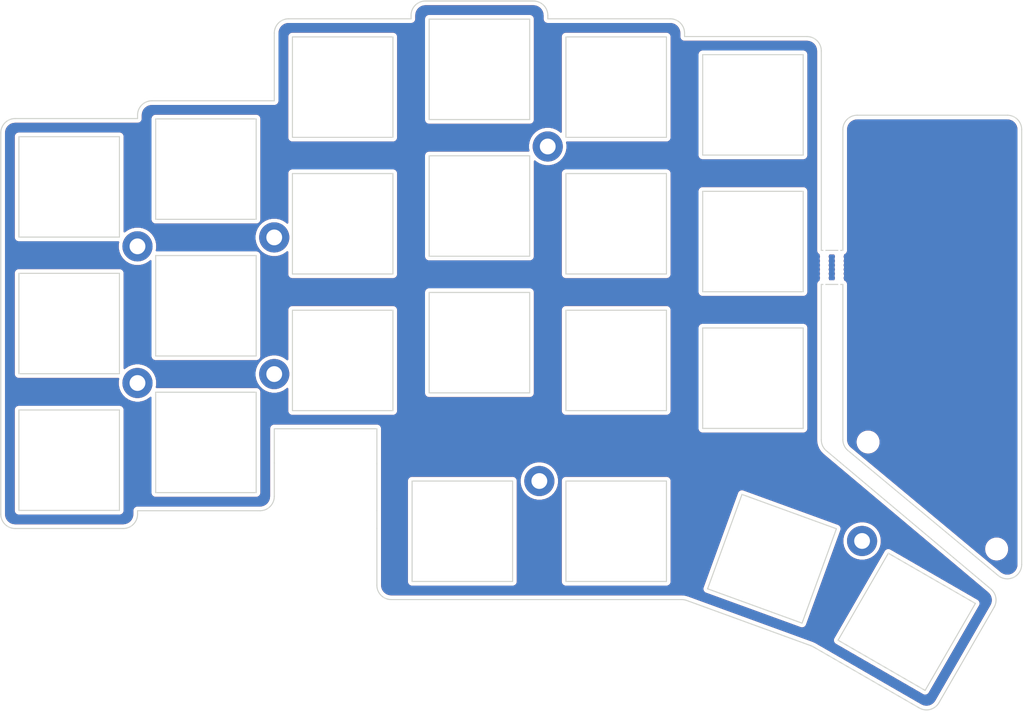
<source format=kicad_pcb>
(kicad_pcb (version 20171130) (host pcbnew "(5.1.10)-1")

  (general
    (thickness 1.6)
    (drawings 145)
    (tracks 0)
    (zones 0)
    (modules 11)
    (nets 1)
  )

  (page A4)
  (layers
    (0 F.Cu signal)
    (31 B.Cu signal)
    (32 B.Adhes user)
    (33 F.Adhes user)
    (34 B.Paste user)
    (35 F.Paste user)
    (36 B.SilkS user)
    (37 F.SilkS user)
    (38 B.Mask user)
    (39 F.Mask user)
    (40 Dwgs.User user)
    (41 Cmts.User user)
    (42 Eco1.User user)
    (43 Eco2.User user)
    (44 Edge.Cuts user)
    (45 Margin user)
    (46 B.CrtYd user)
    (47 F.CrtYd user)
    (48 B.Fab user)
    (49 F.Fab user)
  )

  (setup
    (last_trace_width 0.25)
    (trace_clearance 0.2)
    (zone_clearance 0.508)
    (zone_45_only no)
    (trace_min 0.2)
    (via_size 0.8)
    (via_drill 0.4)
    (via_min_size 0.4)
    (via_min_drill 0.3)
    (uvia_size 0.3)
    (uvia_drill 0.1)
    (uvias_allowed no)
    (uvia_min_size 0.2)
    (uvia_min_drill 0.1)
    (edge_width 0.05)
    (segment_width 0.2)
    (pcb_text_width 0.3)
    (pcb_text_size 1.5 1.5)
    (mod_edge_width 0.12)
    (mod_text_size 1 1)
    (mod_text_width 0.15)
    (pad_size 4 4)
    (pad_drill 2.2)
    (pad_to_mask_clearance 0)
    (aux_axis_origin 0 0)
    (visible_elements FFFFFF7F)
    (pcbplotparams
      (layerselection 0x010fc_ffffffff)
      (usegerberextensions false)
      (usegerberattributes true)
      (usegerberadvancedattributes true)
      (creategerberjobfile true)
      (excludeedgelayer true)
      (linewidth 0.100000)
      (plotframeref false)
      (viasonmask false)
      (mode 1)
      (useauxorigin false)
      (hpglpennumber 1)
      (hpglpenspeed 20)
      (hpglpendiameter 15.000000)
      (psnegative false)
      (psa4output false)
      (plotreference true)
      (plotvalue true)
      (plotinvisibletext false)
      (padsonsilk false)
      (subtractmaskfromsilk false)
      (outputformat 1)
      (mirror false)
      (drillshape 1)
      (scaleselection 1)
      (outputdirectory ""))
  )

  (net 0 "")

  (net_class Default "This is the default net class."
    (clearance 0.2)
    (trace_width 0.25)
    (via_dia 0.8)
    (via_drill 0.4)
    (uvia_dia 0.3)
    (uvia_drill 0.1)
  )

  (module kbd:Breakaway_Tabs (layer F.Cu) (tedit 5F29703B) (tstamp 611C5B2A)
    (at 135.509 54.0766 90)
    (fp_text reference REF** (at -0.05 -2.4 90) (layer F.Fab)
      (effects (font (size 1 1) (thickness 0.15)))
    )
    (fp_text value Breakaway_Tabs (at -0.05 0.75 90) (layer F.Fab)
      (effects (font (size 1 1) (thickness 0.15)))
    )
    (fp_line (start -3 -0.2) (end 3 -0.2) (layer Dwgs.User) (width 0.12))
    (fp_line (start -3 0.2) (end 3 0.2) (layer Dwgs.User) (width 0.12))
    (pad "" np_thru_hole circle (at -1.1875 0 90) (size 0.3 0.3) (drill 0.3) (layers *.Cu *.Mask))
    (pad "" np_thru_hole circle (at -2.375 0 90) (size 0.3 0.3) (drill 0.3) (layers *.Cu *.Mask))
    (pad "" np_thru_hole circle (at -0.59375 0 90) (size 0.3 0.3) (drill 0.3) (layers *.Cu *.Mask))
    (pad "" np_thru_hole circle (at -1.78125 0 90) (size 0.3 0.3) (drill 0.3) (layers *.Cu *.Mask))
    (pad "" np_thru_hole circle (at 2.375 0 90) (size 0.3 0.3) (drill 0.3) (layers *.Cu *.Mask))
    (pad "" np_thru_hole circle (at 1.78125 0 90) (size 0.3 0.3) (drill 0.3) (layers *.Cu *.Mask))
    (pad "" np_thru_hole circle (at 1.1875 0 90) (size 0.3 0.3) (drill 0.3) (layers *.Cu *.Mask))
    (pad "" np_thru_hole circle (at 0.59375 0 90) (size 0.3 0.3) (drill 0.3) (layers *.Cu *.Mask))
    (pad "" np_thru_hole circle (at 0 0 90) (size 0.3 0.3) (drill 0.3) (layers *.Cu *.Mask))
  )

  (module kbd:Breakaway_Tabs (layer F.Cu) (tedit 5F29703B) (tstamp 611C5AD3)
    (at 133.4262 54.0766 90)
    (fp_text reference REF** (at -0.05 -2.4 90) (layer F.Fab)
      (effects (font (size 1 1) (thickness 0.15)))
    )
    (fp_text value Breakaway_Tabs (at -0.05 0.75 90) (layer F.Fab)
      (effects (font (size 1 1) (thickness 0.15)))
    )
    (fp_line (start -3 -0.2) (end 3 -0.2) (layer Dwgs.User) (width 0.12))
    (fp_line (start -3 0.2) (end 3 0.2) (layer Dwgs.User) (width 0.12))
    (pad "" np_thru_hole circle (at -1.1875 0 90) (size 0.3 0.3) (drill 0.3) (layers *.Cu *.Mask))
    (pad "" np_thru_hole circle (at -2.375 0 90) (size 0.3 0.3) (drill 0.3) (layers *.Cu *.Mask))
    (pad "" np_thru_hole circle (at -0.59375 0 90) (size 0.3 0.3) (drill 0.3) (layers *.Cu *.Mask))
    (pad "" np_thru_hole circle (at -1.78125 0 90) (size 0.3 0.3) (drill 0.3) (layers *.Cu *.Mask))
    (pad "" np_thru_hole circle (at 2.375 0 90) (size 0.3 0.3) (drill 0.3) (layers *.Cu *.Mask))
    (pad "" np_thru_hole circle (at 1.78125 0 90) (size 0.3 0.3) (drill 0.3) (layers *.Cu *.Mask))
    (pad "" np_thru_hole circle (at 1.1875 0 90) (size 0.3 0.3) (drill 0.3) (layers *.Cu *.Mask))
    (pad "" np_thru_hole circle (at 0.59375 0 90) (size 0.3 0.3) (drill 0.3) (layers *.Cu *.Mask))
    (pad "" np_thru_hole circle (at 0 0 90) (size 0.3 0.3) (drill 0.3) (layers *.Cu *.Mask))
  )

  (module kbd:M2_HOLE_v2 (layer F.Cu) (tedit 611C58FC) (tstamp 611C596D)
    (at 139.5222 78.4352)
    (descr "Mounting Hole 2.2mm, no annular, M2")
    (tags "mounting hole 2.2mm no annular m2")
    (attr virtual)
    (fp_text reference Ref** (at -0.95 -0.55) (layer F.Fab) hide
      (effects (font (size 1 1) (thickness 0.15)))
    )
    (fp_text value Val** (at 0 0.55) (layer F.Fab) hide
      (effects (font (size 1 1) (thickness 0.15)))
    )
    (pad "" np_thru_hole circle (at 0 0) (size 2.2 2.2) (drill 2.2) (layers *.Cu *.Mask))
  )

  (module kbd:M2_HOLE_v2 (layer F.Cu) (tedit 611C5870) (tstamp 611C5933)
    (at 157.4292 93.345)
    (descr "Mounting Hole 2.2mm, no annular, M2")
    (tags "mounting hole 2.2mm no annular m2")
    (attr virtual)
    (fp_text reference Ref** (at -0.95 -0.55) (layer F.Fab) hide
      (effects (font (size 1 1) (thickness 0.15)))
    )
    (fp_text value Val** (at 0 0.55) (layer F.Fab) hide
      (effects (font (size 1 1) (thickness 0.15)))
    )
    (pad "" np_thru_hole circle (at 0 0) (size 2.2 2.2) (drill 2.2) (layers *.Cu *.Mask))
  )

  (module kbd:spacer_m2 (layer F.Cu) (tedit 611C584C) (tstamp 611C58F8)
    (at 138.684 92.2274)
    (descr "Mounting Hole 2.2mm, no annular, M2")
    (tags "mounting hole 2.2mm no annular m2")
    (attr virtual)
    (fp_text reference Ref** (at -0.95 -0.55) (layer F.Fab) hide
      (effects (font (size 1 1) (thickness 0.15)))
    )
    (fp_text value Val** (at 0 0.55) (layer F.Fab) hide
      (effects (font (size 1 1) (thickness 0.15)))
    )
    (pad "" thru_hole circle (at 0 0) (size 4.2 4.2) (drill 2.2) (layers *.Cu *.Mask))
  )

  (module kbd:spacer_m2 (layer F.Cu) (tedit 611C5825) (tstamp 611C57F1)
    (at 93.726 83.8708)
    (descr "Mounting Hole 2.2mm, no annular, M2")
    (tags "mounting hole 2.2mm no annular m2")
    (attr virtual)
    (fp_text reference Ref** (at -0.95 -0.55) (layer F.Fab) hide
      (effects (font (size 1 1) (thickness 0.15)))
    )
    (fp_text value Val** (at 0 0.55) (layer F.Fab) hide
      (effects (font (size 1 1) (thickness 0.15)))
    )
    (pad "" thru_hole circle (at 0 0) (size 4.2 4.2) (drill 2.2) (layers *.Cu *.Mask))
  )

  (module kbd:spacer_m2 (layer F.Cu) (tedit 611C5831) (tstamp 611C57BE)
    (at 94.8944 37.2364)
    (descr "Mounting Hole 2.2mm, no annular, M2")
    (tags "mounting hole 2.2mm no annular m2")
    (attr virtual)
    (fp_text reference Ref** (at -0.95 -0.55) (layer F.Fab) hide
      (effects (font (size 1 1) (thickness 0.15)))
    )
    (fp_text value Val** (at 0 0.55) (layer F.Fab) hide
      (effects (font (size 1 1) (thickness 0.15)))
    )
    (pad "" thru_hole circle (at 0 0) (size 4.2 4.2) (drill 2.2) (layers *.Cu *.Mask))
  )

  (module kbd:spacer_m2 (layer F.Cu) (tedit 611C5816) (tstamp 611C579A)
    (at 56.7944 68.961)
    (descr "Mounting Hole 2.2mm, no annular, M2")
    (tags "mounting hole 2.2mm no annular m2")
    (attr virtual)
    (fp_text reference Ref** (at -0.95 -0.55) (layer F.Fab) hide
      (effects (font (size 1 1) (thickness 0.15)))
    )
    (fp_text value Val** (at 0 0.55) (layer F.Fab) hide
      (effects (font (size 1 1) (thickness 0.15)))
    )
    (pad "" thru_hole circle (at 0 0) (size 4.2 4.2) (drill 2.2) (layers *.Cu *.Mask))
  )

  (module kbd:spacer_m2 (layer F.Cu) (tedit 611C5807) (tstamp 611C56F6)
    (at 56.7944 49.911)
    (descr "Mounting Hole 2.2mm, no annular, M2")
    (tags "mounting hole 2.2mm no annular m2")
    (attr virtual)
    (fp_text reference Ref** (at -0.95 -0.55) (layer F.Fab) hide
      (effects (font (size 1 1) (thickness 0.15)))
    )
    (fp_text value Val** (at 0 0.55) (layer F.Fab) hide
      (effects (font (size 1 1) (thickness 0.15)))
    )
    (pad "" thru_hole circle (at 0 0) (size 4.2 4.2) (drill 2.2) (layers *.Cu *.Mask))
  )

  (module kbd:spacer_m2 (layer F.Cu) (tedit 611C57F7) (tstamp 611C56C7)
    (at 37.7444 70.2056)
    (descr "Mounting Hole 2.2mm, no annular, M2")
    (tags "mounting hole 2.2mm no annular m2")
    (attr virtual)
    (fp_text reference Ref** (at -0.95 -0.55) (layer F.Fab) hide
      (effects (font (size 1 1) (thickness 0.15)))
    )
    (fp_text value Val** (at 0 0.55) (layer F.Fab) hide
      (effects (font (size 1 1) (thickness 0.15)))
    )
    (pad "" thru_hole circle (at 0 0) (size 4.2 4.2) (drill 2.2) (layers *.Cu *.Mask))
  )

  (module kbd:spacer_m2 (layer F.Cu) (tedit 611C57DF) (tstamp 611C560E)
    (at 37.7444 51.1556)
    (descr "Mounting Hole 2.2mm, no annular, M2")
    (tags "mounting hole 2.2mm no annular m2")
    (attr virtual)
    (fp_text reference Ref** (at -0.95 -0.55) (layer F.Fab) hide
      (effects (font (size 1 1) (thickness 0.15)))
    )
    (fp_text value Val** (at 0 0.55) (layer F.Fab) hide
      (effects (font (size 1 1) (thickness 0.15)))
    )
    (pad "" thru_hole circle (at 0 0) (size 4.2 4.2) (drill 2.2) (layers *.Cu *.Mask))
  )

  (gr_line (start 136.0048 56.464377) (end 136.0048 78.089109) (layer Edge.Cuts) (width 0.15) (tstamp 611C599E))
  (gr_line (start 133.0048 56.464377) (end 133.0048 78.129607) (layer Edge.Cuts) (width 0.15) (tstamp 611C5990))
  (gr_arc (start 130.893524 108.717468) (end 131.893593 106.985457) (angle -9.971165772) (layer Edge.Cuts) (width 0.15))
  (gr_line (start 136.0048 51.714377) (end 133.0048 51.714377) (layer Edge.Cuts) (width 0.15))
  (gr_line (start 111.4293 21.9586) (end 111.4293 35.9593) (layer Edge.Cuts) (width 0.15))
  (gr_line (start 111.4293 55.0093) (end 97.43 55.0093) (layer Edge.Cuts) (width 0.15))
  (gr_line (start 73.3293 60.0586) (end 59.33 60.0586) (layer Edge.Cuts) (width 0.15))
  (gr_line (start 59.33 55.0093) (end 73.3293 55.0093) (layer Edge.Cuts) (width 0.15))
  (gr_line (start 54.2793 71.4893) (end 54.2793 85.4889) (layer Edge.Cuts) (width 0.15))
  (gr_line (start 59.33 41.0086) (end 59.33 55.0093) (layer Edge.Cuts) (width 0.15))
  (gr_line (start 35.2295 35.8658) (end 35.2295 49.8651) (layer Edge.Cuts) (width 0.15))
  (gr_line (start 97.43 55.0093) (end 97.43 41.0086) (layer Edge.Cuts) (width 0.15))
  (gr_line (start 73.3293 41.0086) (end 59.33 41.0086) (layer Edge.Cuts) (width 0.15))
  (gr_line (start 111.4293 41.0086) (end 111.4293 55.0093) (layer Edge.Cuts) (width 0.15))
  (gr_line (start 21.22996 73.9658) (end 35.2295 73.9658) (layer Edge.Cuts) (width 0.15))
  (gr_line (start 78.38 52.531801) (end 78.38 38.5321) (layer Edge.Cuts) (width 0.15))
  (gr_line (start 97.43 21.9586) (end 111.4293 21.9586) (layer Edge.Cuts) (width 0.15))
  (gr_line (start 40.28 85.4889) (end 40.28 71.4893) (layer Edge.Cuts) (width 0.15))
  (gr_line (start 111.4293 35.9593) (end 97.43 35.9593) (layer Edge.Cuts) (width 0.15))
  (gr_line (start 73.3293 55.0093) (end 73.3293 41.0086) (layer Edge.Cuts) (width 0.15))
  (gr_line (start 59.33 60.0586) (end 59.33 74.0593) (layer Edge.Cuts) (width 0.15))
  (gr_line (start 21.22996 54.9158) (end 35.2295 54.9158) (layer Edge.Cuts) (width 0.15))
  (gr_line (start 92.3793 38.5321) (end 92.3793 52.531801) (layer Edge.Cuts) (width 0.15))
  (gr_line (start 92.3793 19.4821) (end 92.3793 33.4818) (layer Edge.Cuts) (width 0.15))
  (gr_line (start 97.43 35.9593) (end 97.43 21.9586) (layer Edge.Cuts) (width 0.15))
  (gr_line (start 130.4798 43.4848) (end 116.4798 43.4848) (layer Edge.Cuts) (width 0.15))
  (gr_line (start 40.28 52.439301) (end 54.2793 52.439301) (layer Edge.Cuts) (width 0.15))
  (gr_line (start 130.4798 57.4858) (end 130.4798 43.4848) (layer Edge.Cuts) (width 0.15))
  (gr_line (start 54.2793 85.4889) (end 40.28 85.4889) (layer Edge.Cuts) (width 0.15))
  (gr_line (start 133.0048 56.464377) (end 136.0048 56.464377) (layer Edge.Cuts) (width 0.15))
  (gr_line (start 116.4798 57.4858) (end 130.4798 57.4858) (layer Edge.Cuts) (width 0.15))
  (gr_line (start 116.4798 43.4848) (end 116.4798 57.4858) (layer Edge.Cuts) (width 0.15))
  (gr_line (start 40.28 71.4893) (end 54.2793 71.4893) (layer Edge.Cuts) (width 0.15))
  (gr_line (start 59.33 21.9586) (end 59.33 35.9593) (layer Edge.Cuts) (width 0.15))
  (gr_line (start 59.33 74.0593) (end 73.3293 74.0593) (layer Edge.Cuts) (width 0.15))
  (gr_line (start 97.43 41.0086) (end 111.4293 41.0086) (layer Edge.Cuts) (width 0.15))
  (gr_line (start 73.3293 21.9586) (end 59.33 21.9586) (layer Edge.Cuts) (width 0.15))
  (gr_line (start 73.3293 35.9593) (end 73.3293 21.9586) (layer Edge.Cuts) (width 0.15))
  (gr_line (start 73.3293 74.0593) (end 73.3293 60.0586) (layer Edge.Cuts) (width 0.15))
  (gr_line (start 116.4798 38.4358) (end 130.4798 38.4358) (layer Edge.Cuts) (width 0.15))
  (gr_line (start 116.4798 24.4348) (end 116.4798 38.4358) (layer Edge.Cuts) (width 0.15))
  (gr_line (start 130.4798 24.4348) (end 116.4798 24.4348) (layer Edge.Cuts) (width 0.15))
  (gr_line (start 59.33 35.9593) (end 73.3293 35.9593) (layer Edge.Cuts) (width 0.15))
  (gr_line (start 130.4798 38.4358) (end 130.4798 24.4348) (layer Edge.Cuts) (width 0.15))
  (gr_arc (start 39.754596 32.8643) (end 39.754596 30.8643) (angle -89.98843211) (layer Edge.Cuts) (width 0.15))
  (gr_line (start 20.70496 90.4902) (end 35.754903 90.4902) (layer Edge.Cuts) (width 0.15))
  (gr_line (start 56.8043 30.8643) (end 39.754596 30.8643) (layer Edge.Cuts) (width 0.15))
  (gr_line (start 56.804877 21.433478) (end 56.8043 30.8643) (layer Edge.Cuts) (width 0.15))
  (gr_arc (start 20.704959 35.3408) (end 20.70496 33.3408) (angle -90) (layer Edge.Cuts) (width 0.15))
  (gr_line (start 18.70496 35.3408) (end 18.70496 88.490201) (layer Edge.Cuts) (width 0.15))
  (gr_line (start 37.754596 32.863897) (end 37.7545 33.3408) (layer Edge.Cuts) (width 0.15))
  (gr_line (start 37.754903 88.490604) (end 37.755 88.0139) (layer Edge.Cuts) (width 0.15))
  (gr_arc (start 35.754903 88.490201) (end 35.754903 90.4902) (angle -89.98843117) (layer Edge.Cuts) (width 0.15))
  (gr_arc (start 20.70496 88.4902) (end 18.70496 88.490201) (angle -90) (layer Edge.Cuts) (width 0.15))
  (gr_line (start 37.7545 33.3408) (end 20.70496 33.3408) (layer Edge.Cuts) (width 0.15))
  (gr_line (start 75.8543 19.433601) (end 58.804877 19.433601) (layer Edge.Cuts) (width 0.15))
  (gr_arc (start 58.804877 21.433601) (end 58.804877 19.433601) (angle -89.99649129) (layer Edge.Cuts) (width 0.15))
  (gr_line (start 92.904865 16.957101) (end 77.854434 16.957101) (layer Edge.Cuts) (width 0.15))
  (gr_arc (start 77.854434 18.9571) (end 77.854434 16.957101) (angle -89.98380495) (layer Edge.Cuts) (width 0.15))
  (gr_arc (start 92.904865 18.9571) (end 94.904865 18.956535) (angle -89.98380495) (layer Edge.Cuts) (width 0.15))
  (gr_line (start 75.854434 18.956535) (end 75.8543 19.433601) (layer Edge.Cuts) (width 0.15))
  (gr_line (start 113.9548 21.9098) (end 113.954703 21.433197) (layer Edge.Cuts) (width 0.15))
  (gr_arc (start 111.954703 21.4336) (end 113.954703 21.433197) (angle -89.9884307) (layer Edge.Cuts) (width 0.15))
  (gr_line (start 94.905 19.433601) (end 94.904865 18.956535) (layer Edge.Cuts) (width 0.15))
  (gr_line (start 111.954703 19.433601) (end 94.905 19.433601) (layer Edge.Cuts) (width 0.15))
  (gr_line (start 131.0048 21.9098) (end 113.9548 21.9098) (layer Edge.Cuts) (width 0.15))
  (gr_arc (start 73.09255 98.3955) (end 71.09255 98.3955) (angle -90) (layer Edge.Cuts) (width 0.15))
  (gr_line (start 71.09255 76.5843) (end 71.09255 81.346) (layer Edge.Cuts) (width 0.15))
  (gr_arc (start 54.804299 86.0139) (end 54.8043 88.0139) (angle -90) (layer Edge.Cuts) (width 0.15))
  (gr_line (start 71.09255 90.4902) (end 71.09255 98.3955) (layer Edge.Cuts) (width 0.15))
  (gr_line (start 71.09255 88.0139) (end 71.09255 90.4902) (layer Edge.Cuts) (width 0.15))
  (gr_line (start 56.804999 76.5843) (end 71.09255 76.5843) (layer Edge.Cuts) (width 0.15))
  (gr_line (start 71.09255 81.496865) (end 71.09255 88.0139) (layer Edge.Cuts) (width 0.15))
  (gr_line (start 71.09255 81.346) (end 71.09255 81.496865) (layer Edge.Cuts) (width 0.15))
  (gr_line (start 56.8043 81.346) (end 56.804999 76.5843) (layer Edge.Cuts) (width 0.15))
  (gr_line (start 56.8043 86.0139) (end 56.8043 81.346) (layer Edge.Cuts) (width 0.15))
  (gr_line (start 37.755 88.0139) (end 54.8043 88.0139) (layer Edge.Cuts) (width 0.15))
  (gr_line (start 92.3793 57.5821) (end 78.38 57.5821) (layer Edge.Cuts) (width 0.15))
  (gr_line (start 97.43 97.8705) (end 111.4293 97.8705) (layer Edge.Cuts) (width 0.15))
  (gr_line (start 97.43 83.871) (end 97.43 97.8705) (layer Edge.Cuts) (width 0.15))
  (gr_line (start 78.38 71.5818) (end 92.3793 71.5818) (layer Edge.Cuts) (width 0.15))
  (gr_line (start 78.38 57.5821) (end 78.38 71.5818) (layer Edge.Cuts) (width 0.15))
  (gr_line (start 111.4293 83.871) (end 97.43 83.871) (layer Edge.Cuts) (width 0.15))
  (gr_line (start 111.4293 97.8705) (end 111.4293 83.871) (layer Edge.Cuts) (width 0.15))
  (gr_line (start 92.3793 71.5818) (end 92.3793 57.5821) (layer Edge.Cuts) (width 0.15))
  (gr_line (start 78.38 19.4821) (end 92.3793 19.4821) (layer Edge.Cuts) (width 0.15))
  (gr_line (start 135.1078 90.527) (end 130.3208 103.6831) (layer Edge.Cuts) (width 0.15))
  (gr_line (start 142.3418 93.9362) (end 154.4658 100.9367) (layer Edge.Cuts) (width 0.15))
  (gr_line (start 157.63524 97.040099) (end 136.724913 79.625954) (layer Edge.Cuts) (width 0.15))
  (gr_arc (start 158.915126 95.503254) (end 157.63524 97.040099) (angle -129.7875719) (layer Edge.Cuts) (width 0.15))
  (gr_line (start 147.4648 113.06064) (end 135.3408 106.0602) (layer Edge.Cuts) (width 0.15))
  (gr_line (start 154.4658 100.9367) (end 147.4648 113.06064) (layer Edge.Cuts) (width 0.15))
  (gr_line (start 135.3408 106.0602) (end 142.3418 93.9362) (layer Edge.Cuts) (width 0.15))
  (gr_line (start 21.22996 68.9151) (end 21.22996 54.9158) (layer Edge.Cuts) (width 0.15))
  (gr_line (start 92.3793 52.531801) (end 78.38 52.531801) (layer Edge.Cuts) (width 0.15))
  (gr_arc (start 135.004799 78.129607) (end 133.0048 78.129607) (angle -49.93307511) (layer Edge.Cuts) (width 0.15))
  (gr_line (start 131.893593 106.985457) (end 146.656848 115.509813) (layer Edge.Cuts) (width 0.15))
  (gr_line (start 133.0048 51.714377) (end 133.0048 23.9098) (layer Edge.Cuts) (width 0.15))
  (gr_line (start 156.632235 98.933649) (end 133.717436 79.660193) (layer Edge.Cuts) (width 0.15))
  (gr_arc (start 147.656917 113.777802) (end 146.656848 115.509813) (angle -89.9978925) (layer Edge.Cuts) (width 0.15))
  (gr_arc (start 155.344871 100.464235) (end 157.076845 101.464368) (angle -79.93746987) (layer Edge.Cuts) (width 0.15))
  (gr_line (start 114.238433 100.516487) (end 131.578585 106.838455) (layer Edge.Cuts) (width 0.15))
  (gr_arc (start 113.553372 102.395501) (end 114.238433 100.516487) (angle -20.03112148) (layer Edge.Cuts) (width 0.15))
  (gr_arc (start 131.0048 23.9098) (end 133.0048 23.9098) (angle -90) (layer Edge.Cuts) (width 0.15))
  (gr_line (start 149.388892 114.777935) (end 157.076845 101.464368) (layer Edge.Cuts) (width 0.15))
  (gr_line (start 21.22996 35.8658) (end 35.2295 35.8658) (layer Edge.Cuts) (width 0.15))
  (gr_line (start 21.22996 87.9652) (end 21.22996 73.9658) (layer Edge.Cuts) (width 0.15))
  (gr_line (start 40.28 66.439) (end 40.28 52.439301) (layer Edge.Cuts) (width 0.15))
  (gr_line (start 54.2793 33.3893) (end 54.2793 47.389) (layer Edge.Cuts) (width 0.15))
  (gr_line (start 54.2793 52.439301) (end 54.2793 66.439) (layer Edge.Cuts) (width 0.15))
  (gr_line (start 35.2295 87.9652) (end 21.22996 87.9652) (layer Edge.Cuts) (width 0.15))
  (gr_line (start 35.2295 54.9158) (end 35.2295 68.9151) (layer Edge.Cuts) (width 0.15))
  (gr_line (start 40.28 33.3893) (end 54.2793 33.3893) (layer Edge.Cuts) (width 0.15))
  (gr_line (start 54.2793 66.439) (end 40.28 66.439) (layer Edge.Cuts) (width 0.15))
  (gr_line (start 78.38 33.4818) (end 78.38 19.4821) (layer Edge.Cuts) (width 0.15))
  (gr_line (start 40.28 47.389) (end 40.28 33.3893) (layer Edge.Cuts) (width 0.15))
  (gr_line (start 35.2295 49.8651) (end 21.22996 49.8651) (layer Edge.Cuts) (width 0.15))
  (gr_line (start 35.2295 73.9658) (end 35.2295 87.9652) (layer Edge.Cuts) (width 0.15))
  (gr_line (start 21.22996 49.8651) (end 21.22996 35.8658) (layer Edge.Cuts) (width 0.15))
  (gr_line (start 35.2295 68.9151) (end 21.22996 68.9151) (layer Edge.Cuts) (width 0.15))
  (gr_line (start 54.2793 47.389) (end 40.28 47.389) (layer Edge.Cuts) (width 0.15))
  (gr_line (start 89.9981 97.8705) (end 89.9981 83.871) (layer Edge.Cuts) (width 0.15))
  (gr_line (start 75.9988 83.871) (end 89.9981 83.871) (layer Edge.Cuts) (width 0.15))
  (gr_line (start 92.3793 33.4818) (end 78.38 33.4818) (layer Edge.Cuts) (width 0.15))
  (gr_line (start 78.38 38.5321) (end 92.3793 38.5321) (layer Edge.Cuts) (width 0.15))
  (gr_line (start 75.9988 83.871) (end 75.9988 97.8705) (layer Edge.Cuts) (width 0.15))
  (gr_line (start 73.09255 100.3955) (end 113.553372 100.395501) (layer Edge.Cuts) (width 0.15))
  (gr_line (start 121.9538 85.7397) (end 135.1078 90.527) (layer Edge.Cuts) (width 0.15))
  (gr_line (start 117.1648 98.8944) (end 121.9538 85.7397) (layer Edge.Cuts) (width 0.15))
  (gr_line (start 130.3208 103.6831) (end 117.1648 98.8944) (layer Edge.Cuts) (width 0.15))
  (gr_line (start 75.9988 97.8705) (end 89.9981 97.8705) (layer Edge.Cuts) (width 0.15))
  (gr_line (start 97.43 60.0586) (end 97.43 74.0593) (layer Edge.Cuts) (width 0.15))
  (gr_line (start 111.4293 74.0593) (end 111.4293 60.0586) (layer Edge.Cuts) (width 0.15))
  (gr_line (start 111.4293 60.0586) (end 97.43 60.0586) (layer Edge.Cuts) (width 0.15))
  (gr_line (start 97.43 74.0593) (end 111.4293 74.0593) (layer Edge.Cuts) (width 0.15))
  (gr_line (start 130.4798 76.5358) (end 130.4798 62.5348) (layer Edge.Cuts) (width 0.15))
  (gr_line (start 116.4798 76.5358) (end 130.4798 76.5358) (layer Edge.Cuts) (width 0.15))
  (gr_line (start 116.4798 62.5348) (end 116.4798 76.5358) (layer Edge.Cuts) (width 0.15))
  (gr_line (start 160.915126 34.875242) (end 160.915126 95.503254) (layer Edge.Cuts) (width 0.15))
  (gr_arc (start 158.915126 34.875242) (end 160.915126 34.875242) (angle -90) (layer Edge.Cuts) (width 0.15))
  (gr_arc (start 138.004799 78.089109) (end 136.0048 78.089109) (angle -50.21242806) (layer Edge.Cuts) (width 0.15))
  (gr_line (start 138.0048 32.875242) (end 158.915126 32.875242) (layer Edge.Cuts) (width 0.15))
  (gr_line (start 136.0048 51.714377) (end 136.0048 34.875242) (layer Edge.Cuts) (width 0.15))
  (gr_arc (start 138.0048 34.875242) (end 138.0048 32.875242) (angle -90) (layer Edge.Cuts) (width 0.15))
  (gr_line (start 130.4798 62.5348) (end 116.4798 62.5348) (layer Edge.Cuts) (width 0.15))

  (zone (net 0) (net_name "") (layer F.Cu) (tstamp 0) (hatch edge 0.508)
    (connect_pads (clearance 0.508))
    (min_thickness 0.254)
    (fill yes (arc_segments 32) (thermal_gap 0.508) (thermal_bridge_width 0.508))
    (polygon
      (pts
        (xy 95.0468 16.8656) (xy 94.996 19.3548) (xy 114.1476 19.3548) (xy 114.0206 21.8186) (xy 133.2738 21.8186)
        (xy 133.1722 32.7152) (xy 161.2392 32.766) (xy 161.0614 98.3488) (xy 148.2852 116.5098) (xy 131.7498 107.061)
        (xy 113.8428 100.5332) (xy 70.9422 100.457) (xy 70.866 76.6572) (xy 56.9722 76.6826) (xy 56.8706 88.0364)
        (xy 37.8206 88.1126) (xy 37.7952 90.6018) (xy 18.6436 90.5764) (xy 18.5928 33.1724) (xy 37.6682 33.274)
        (xy 37.719 30.6324) (xy 56.7182 30.7848) (xy 56.7436 19.2278) (xy 75.7682 19.3548) (xy 75.7682 16.8402)
      )
    )
    (filled_polygon
      (pts
        (xy 93.154764 17.695007) (xy 93.39515 17.767584) (xy 93.616856 17.885468) (xy 93.811442 18.044168) (xy 93.9715 18.237645)
        (xy 94.090929 18.458524) (xy 94.165182 18.698397) (xy 94.194873 18.980889) (xy 94.19499 19.398822) (xy 94.191565 19.433601)
        (xy 94.19501 19.468579) (xy 94.19501 19.468678) (xy 94.198303 19.502013) (xy 94.205273 19.572785) (xy 94.205303 19.572885)
        (xy 94.205313 19.572982) (xy 94.224303 19.635519) (xy 94.245872 19.706621) (xy 94.245922 19.706714) (xy 94.24595 19.706807)
        (xy 94.277078 19.765004) (xy 94.3118 19.829964) (xy 94.311868 19.830047) (xy 94.311913 19.830131) (xy 94.354173 19.881595)
        (xy 94.400525 19.938076) (xy 94.400606 19.938142) (xy 94.400668 19.938218) (xy 94.45342 19.981485) (xy 94.508637 20.026801)
        (xy 94.508727 20.026849) (xy 94.508805 20.026913) (xy 94.56946 20.059312) (xy 94.63198 20.092729) (xy 94.632079 20.092759)
        (xy 94.632167 20.092806) (xy 94.697335 20.112554) (xy 94.765816 20.133328) (xy 94.76592 20.133338) (xy 94.766015 20.133367)
        (xy 94.833243 20.139969) (xy 94.870123 20.143601) (xy 94.870231 20.143601) (xy 94.905201 20.147035) (xy 94.939968 20.143601)
        (xy 111.919994 20.143601) (xy 112.204603 20.171507) (xy 112.444989 20.244084) (xy 112.666695 20.361968) (xy 112.861283 20.52067)
        (xy 113.021337 20.714143) (xy 113.140768 20.935025) (xy 113.21502 21.174894) (xy 113.244708 21.457364) (xy 113.244794 21.874987)
        (xy 113.241365 21.9098) (xy 113.244808 21.944758) (xy 113.244808 21.944821) (xy 113.247803 21.975164) (xy 113.255073 22.048984)
        (xy 113.255095 22.049057) (xy 113.255102 22.049126) (xy 113.274102 22.111714) (xy 113.295672 22.18282) (xy 113.295707 22.182886)
        (xy 113.295728 22.182954) (xy 113.326878 22.241203) (xy 113.3616 22.306163) (xy 113.361648 22.306222) (xy 113.361681 22.306283)
        (xy 113.403871 22.35767) (xy 113.450325 22.414275) (xy 113.450384 22.414323) (xy 113.450428 22.414377) (xy 113.500036 22.455072)
        (xy 113.558437 22.503) (xy 113.558504 22.503036) (xy 113.558558 22.50308) (xy 113.616753 22.534171) (xy 113.68178 22.568928)
        (xy 113.681854 22.56895) (xy 113.681915 22.568983) (xy 113.74581 22.588351) (xy 113.815616 22.609527) (xy 113.815691 22.609534)
        (xy 113.815759 22.609555) (xy 113.882168 22.616082) (xy 113.919923 22.6198) (xy 113.920004 22.6198) (xy 113.954945 22.623234)
        (xy 113.98974 22.6198) (xy 130.970079 22.6198) (xy 131.254699 22.647707) (xy 131.495085 22.720284) (xy 131.716791 22.838168)
        (xy 131.911377 22.996868) (xy 132.071435 23.190345) (xy 132.190864 23.411224) (xy 132.265117 23.651097) (xy 132.294801 23.933526)
        (xy 132.2948 51.6795) (xy 132.291365 51.714377) (xy 132.305073 51.853561) (xy 132.345672 51.987397) (xy 132.4116 52.11074)
        (xy 132.500325 52.218852) (xy 132.599347 52.300117) (xy 132.608437 52.307577) (xy 132.6412 52.325089) (xy 132.6412 52.372666)
        (xy 132.671367 52.524326) (xy 132.699492 52.592225) (xy 132.671367 52.660124) (xy 132.6412 52.811784) (xy 132.6412 52.966416)
        (xy 132.671367 53.118076) (xy 132.699492 53.185975) (xy 132.671367 53.253874) (xy 132.6412 53.405534) (xy 132.6412 53.560166)
        (xy 132.671367 53.711826) (xy 132.699492 53.779725) (xy 132.671367 53.847624) (xy 132.6412 53.999284) (xy 132.6412 54.153916)
        (xy 132.671367 54.305576) (xy 132.699492 54.373475) (xy 132.671367 54.441374) (xy 132.6412 54.593034) (xy 132.6412 54.747666)
        (xy 132.671367 54.899326) (xy 132.699492 54.967225) (xy 132.671367 55.035124) (xy 132.6412 55.186784) (xy 132.6412 55.341416)
        (xy 132.671367 55.493076) (xy 132.699492 55.560975) (xy 132.671367 55.628874) (xy 132.6412 55.780534) (xy 132.6412 55.853665)
        (xy 132.608437 55.871177) (xy 132.500325 55.959902) (xy 132.4116 56.068014) (xy 132.345672 56.191357) (xy 132.305073 56.325193)
        (xy 132.291365 56.464377) (xy 132.2948 56.499254) (xy 132.294801 78.164484) (xy 132.29636 78.180309) (xy 132.303533 78.34034)
        (xy 132.310016 78.385514) (xy 132.313464 78.431019) (xy 132.315242 78.440771) (xy 132.387935 78.824274) (xy 132.406036 78.886043)
        (xy 132.423265 78.948029) (xy 132.426903 78.95725) (xy 132.572701 79.319329) (xy 132.602445 79.376386) (xy 132.631395 79.433863)
        (xy 132.636755 79.442202) (xy 132.850104 79.769067) (xy 132.890365 79.819262) (xy 132.929928 79.870021) (xy 132.936806 79.87716)
        (xy 133.209581 80.156361) (xy 133.233731 80.181101) (xy 156.14865 99.454659) (xy 156.348504 99.659221) (xy 156.485751 99.869493)
        (xy 156.579543 100.102419) (xy 156.626307 100.349128) (xy 156.62426 100.600213) (xy 156.573482 100.846129) (xy 156.464207 101.105238)
        (xy 156.45962 101.113432) (xy 148.791416 114.392801) (xy 148.624905 114.625343) (xy 148.441847 114.79722) (xy 148.228894 114.930265)
        (xy 147.994152 115.019414) (xy 147.746569 115.06127) (xy 147.495562 115.054239) (xy 147.250713 114.998591) (xy 146.991292 114.883065)
        (xy 132.218413 106.353154) (xy 132.190341 106.340433) (xy 131.882344 106.196702) (xy 131.854548 106.183351) (xy 131.6446 106.106807)
        (xy 134.628889 106.106807) (xy 134.628891 106.106821) (xy 134.628891 106.106832) (xy 134.640515 106.177255) (xy 134.651661 106.244799)
        (xy 134.651665 106.244809) (xy 134.651667 106.244823) (xy 134.676155 106.309893) (xy 134.700917 106.375697) (xy 134.700921 106.375704)
        (xy 134.700927 106.375719) (xy 134.740494 106.439353) (xy 134.774762 106.494469) (xy 134.774771 106.494479) (xy 134.774777 106.494488)
        (xy 134.813985 106.536354) (xy 134.87036 106.596554) (xy 134.870372 106.596563) (xy 134.870379 106.59657) (xy 134.926863 106.637049)
        (xy 134.984037 106.678026) (xy 135.015967 106.692496) (xy 147.079564 113.658059) (xy 147.108036 113.678465) (xy 147.139965 113.692935)
        (xy 147.139979 113.692943) (xy 147.18628 113.713924) (xy 147.235422 113.736195) (xy 147.235431 113.736197) (xy 147.235446 113.736204)
        (xy 147.309785 113.75354) (xy 147.371625 113.767964) (xy 147.371639 113.767964) (xy 147.37165 113.767967) (xy 147.431794 113.769939)
        (xy 147.511405 113.772551) (xy 147.51142 113.772549) (xy 147.511432 113.772549) (xy 147.59279 113.759121) (xy 147.649397 113.749779)
        (xy 147.649405 113.749776) (xy 147.649423 113.749773) (xy 147.735512 113.717375) (xy 147.780295 113.700524) (xy 147.780303 113.700519)
        (xy 147.780319 113.700513) (xy 147.842529 113.661831) (xy 147.899068 113.626679) (xy 147.899079 113.626668) (xy 147.899088 113.626663)
        (xy 147.940001 113.588347) (xy 148.001153 113.531081) (xy 148.001162 113.531069) (xy 148.00117 113.531061) (xy 148.042785 113.472992)
        (xy 148.062209 113.44589) (xy 148.062214 113.445881) (xy 148.082638 113.417382) (xy 148.097099 113.385469) (xy 155.063218 101.321935)
        (xy 155.083637 101.293444) (xy 155.111293 101.232414) (xy 155.141355 101.166079) (xy 155.141358 101.166068) (xy 155.141363 101.166056)
        (xy 155.161082 101.081503) (xy 155.173124 101.029877) (xy 155.173124 101.029863) (xy 155.173127 101.029852) (xy 155.175124 100.968918)
        (xy 155.177711 100.890095) (xy 155.177709 100.890081) (xy 155.177709 100.89007) (xy 155.163222 100.802298) (xy 155.154939 100.752103)
        (xy 155.154935 100.752093) (xy 155.154933 100.752079) (xy 155.123488 100.668519) (xy 155.105684 100.621205) (xy 155.10568 100.621198)
        (xy 155.105674 100.621183) (xy 155.057304 100.54339) (xy 155.031839 100.502432) (xy 155.031832 100.502425) (xy 155.031825 100.502413)
        (xy 154.972034 100.438569) (xy 154.936241 100.400347) (xy 154.936232 100.40034) (xy 154.936223 100.400331) (xy 154.86275 100.347676)
        (xy 154.822564 100.318875) (xy 154.790641 100.304408) (xy 142.727039 93.338783) (xy 142.698563 93.318374) (xy 142.666633 93.303904)
        (xy 142.666623 93.303898) (xy 142.630784 93.287657) (xy 142.571176 93.260644) (xy 142.571167 93.260642) (xy 142.571156 93.260637)
        (xy 142.499946 93.24403) (xy 142.434974 93.228876) (xy 142.434963 93.228876) (xy 142.434952 93.228873) (xy 142.370845 93.226772)
        (xy 142.295192 93.224289) (xy 142.295178 93.224291) (xy 142.295171 93.224291) (xy 142.246617 93.232305) (xy 142.1572 93.247061)
        (xy 142.157187 93.247066) (xy 142.15718 93.247067) (xy 142.103956 93.267096) (xy 142.026302 93.296317) (xy 142.026293 93.296323)
        (xy 142.026284 93.296326) (xy 141.976649 93.327188) (xy 141.90753 93.370162) (xy 141.90752 93.370171) (xy 141.907514 93.370175)
        (xy 141.877782 93.39802) (xy 141.805445 93.46576) (xy 141.805434 93.465775) (xy 141.805432 93.465777) (xy 141.78505 93.494217)
        (xy 141.744389 93.550952) (xy 141.744382 93.550964) (xy 141.723963 93.579456) (xy 141.709503 93.611366) (xy 134.743384 105.674962)
        (xy 134.722962 105.703458) (xy 134.692637 105.770379) (xy 134.665244 105.830824) (xy 134.665241 105.830835) (xy 134.665236 105.830847)
        (xy 134.649923 105.896512) (xy 134.633476 105.967026) (xy 134.633476 105.96704) (xy 134.633473 105.967051) (xy 134.631476 106.027985)
        (xy 134.628889 106.106807) (xy 131.6446 106.106807) (xy 114.448862 99.837491) (xy 114.422346 99.83068) (xy 114.13296 99.749797)
        (xy 114.076789 99.739877) (xy 114.020984 99.728015) (xy 114.011125 99.726979) (xy 113.622656 99.688889) (xy 113.622639 99.688889)
        (xy 113.588249 99.685502) (xy 73.127271 99.6855) (xy 72.842651 99.657593) (xy 72.602268 99.585017) (xy 72.380561 99.467133)
        (xy 72.18597 99.308429) (xy 72.025915 99.114955) (xy 71.92346 98.925468) (xy 116.452042 98.925468) (xy 116.452045 98.925488)
        (xy 116.452044 98.925505) (xy 116.461065 98.9887) (xy 116.471798 99.063922) (xy 116.471805 99.06394) (xy 116.471807 99.063958)
        (xy 116.496375 99.133826) (xy 116.518187 99.195863) (xy 116.518195 99.195876) (xy 116.518202 99.195897) (xy 116.553015 99.254706)
        (xy 116.589424 99.316219) (xy 116.589436 99.316233) (xy 116.589446 99.316249) (xy 116.632997 99.364832) (xy 116.682772 99.420364)
        (xy 116.682789 99.420377) (xy 116.6828 99.420389) (xy 116.73243 99.45762) (xy 116.794645 99.504297) (xy 116.794664 99.504306)
        (xy 116.794677 99.504316) (xy 116.860997 99.536129) (xy 116.920743 99.564791) (xy 116.954705 99.573498) (xy 130.045221 104.338363)
        (xy 130.076856 104.353533) (xy 130.142414 104.370328) (xy 130.212254 104.388229) (xy 130.212296 104.388231) (xy 130.212338 104.388242)
        (xy 130.286014 104.392257) (xy 130.351905 104.395856) (xy 130.351943 104.395851) (xy 130.351988 104.395853) (xy 130.422854 104.385729)
        (xy 130.490358 104.376093) (xy 130.490398 104.376079) (xy 130.490439 104.376073) (xy 130.55585 104.353064) (xy 130.622297 104.329698)
        (xy 130.622333 104.329677) (xy 130.622372 104.329663) (xy 130.684189 104.29306) (xy 130.742649 104.258454) (xy 130.74268 104.258427)
        (xy 130.742716 104.258405) (xy 130.797655 104.209145) (xy 130.846789 104.1651) (xy 130.846814 104.165067) (xy 130.846845 104.165039)
        (xy 130.891862 104.105016) (xy 130.930716 104.053223) (xy 130.930732 104.053189) (xy 130.93076 104.053152) (xy 130.963598 103.984672)
        (xy 130.991204 103.927122) (xy 130.999915 103.893136) (xy 135.342644 91.958026) (xy 135.949 91.958026) (xy 135.949 92.496774)
        (xy 136.054105 93.02517) (xy 136.260275 93.522908) (xy 136.559587 93.970861) (xy 136.940539 94.351813) (xy 137.388492 94.651125)
        (xy 137.88623 94.857295) (xy 138.414626 94.9624) (xy 138.953374 94.9624) (xy 139.48177 94.857295) (xy 139.979508 94.651125)
        (xy 140.427461 94.351813) (xy 140.808413 93.970861) (xy 141.107725 93.522908) (xy 141.313895 93.02517) (xy 141.419 92.496774)
        (xy 141.419 91.958026) (xy 141.313895 91.42963) (xy 141.107725 90.931892) (xy 140.808413 90.483939) (xy 140.427461 90.102987)
        (xy 139.979508 89.803675) (xy 139.48177 89.597505) (xy 138.953374 89.4924) (xy 138.414626 89.4924) (xy 137.88623 89.597505)
        (xy 137.388492 89.803675) (xy 136.940539 90.102987) (xy 136.559587 90.483939) (xy 136.260275 90.931892) (xy 136.054105 91.42963)
        (xy 135.949 91.958026) (xy 135.342644 91.958026) (xy 135.763072 90.802565) (xy 135.778215 90.770992) (xy 135.78692 90.737023)
        (xy 135.78693 90.736996) (xy 135.797568 90.695474) (xy 135.812934 90.635513) (xy 135.812935 90.635489) (xy 135.812942 90.635463)
        (xy 135.817093 90.559294) (xy 135.820555 90.495862) (xy 135.820552 90.495838) (xy 135.820553 90.495812) (xy 135.809826 90.420727)
        (xy 135.800785 90.35741) (xy 135.800777 90.357386) (xy 135.800773 90.357361) (xy 135.77525 90.284804) (xy 135.754384 90.225473)
        (xy 135.754372 90.225453) (xy 135.754363 90.225427) (xy 135.714911 90.158798) (xy 135.683135 90.105124) (xy 135.683118 90.105105)
        (xy 135.683105 90.105083) (xy 135.641526 90.058712) (xy 135.589777 90.000988) (xy 135.589751 90.000969) (xy 135.589739 90.000955)
        (xy 135.545997 89.968148) (xy 135.477896 89.917066) (xy 135.47787 89.917054) (xy 135.477852 89.91704) (xy 135.421239 89.889892)
        (xy 135.383392 89.87174) (xy 135.383364 89.87173) (xy 135.351744 89.856567) (xy 135.317824 89.847877) (xy 122.229419 85.084451)
        (xy 122.197857 85.069309) (xy 122.16388 85.060598) (xy 122.163844 85.060585) (xy 122.129311 85.051735) (xy 122.062381 85.034576)
        (xy 122.062344 85.034574) (xy 122.062313 85.034566) (xy 121.994822 85.030883) (xy 121.922731 85.026942) (xy 121.922697 85.026947)
        (xy 121.922663 85.026945) (xy 121.857699 85.036221) (xy 121.784277 85.046698) (xy 121.784241 85.046711) (xy 121.784211 85.046715)
        (xy 121.723147 85.068191) (xy 121.652336 85.093087) (xy 121.652306 85.093105) (xy 121.652274 85.093116) (xy 121.594893 85.127087)
        (xy 121.53198 85.164324) (xy 121.531952 85.164349) (xy 121.531925 85.164365) (xy 121.484096 85.207244) (xy 121.427835 85.257672)
        (xy 121.427813 85.257702) (xy 121.427789 85.257723) (xy 121.391213 85.306485) (xy 121.343902 85.369545) (xy 121.343884 85.369582)
        (xy 121.343867 85.369605) (xy 121.319479 85.420453) (xy 121.298566 85.464045) (xy 121.298549 85.464091) (xy 121.283385 85.495708)
        (xy 121.274697 85.529609) (xy 116.509559 98.618767) (xy 116.494396 98.650378) (xy 116.47901 98.710405) (xy 116.459676 98.785819)
        (xy 116.459675 98.78584) (xy 116.459671 98.785855) (xy 116.456647 98.84123) (xy 116.452042 98.925468) (xy 71.92346 98.925468)
        (xy 71.906486 98.894076) (xy 71.832233 98.654201) (xy 71.80255 98.371791) (xy 71.80255 83.871) (xy 75.285365 83.871)
        (xy 75.2888 83.905877) (xy 75.288801 97.835613) (xy 75.285365 97.8705) (xy 75.299073 98.009684) (xy 75.339672 98.14352)
        (xy 75.4056 98.266863) (xy 75.494325 98.374975) (xy 75.602437 98.4637) (xy 75.72578 98.529628) (xy 75.859616 98.570227)
        (xy 75.963923 98.5805) (xy 75.9988 98.583935) (xy 76.033677 98.5805) (xy 89.963223 98.5805) (xy 89.9981 98.583935)
        (xy 90.032977 98.5805) (xy 90.137284 98.570227) (xy 90.27112 98.529628) (xy 90.394463 98.4637) (xy 90.502575 98.374975)
        (xy 90.5913 98.266863) (xy 90.657228 98.14352) (xy 90.697827 98.009684) (xy 90.711535 97.8705) (xy 90.7081 97.835623)
        (xy 90.7081 83.905877) (xy 90.711535 83.871) (xy 90.697827 83.731816) (xy 90.658274 83.601426) (xy 90.991 83.601426)
        (xy 90.991 84.140174) (xy 91.096105 84.66857) (xy 91.302275 85.166308) (xy 91.601587 85.614261) (xy 91.982539 85.995213)
        (xy 92.430492 86.294525) (xy 92.92823 86.500695) (xy 93.456626 86.6058) (xy 93.995374 86.6058) (xy 94.52377 86.500695)
        (xy 95.021508 86.294525) (xy 95.469461 85.995213) (xy 95.850413 85.614261) (xy 96.149725 85.166308) (xy 96.355895 84.66857)
        (xy 96.461 84.140174) (xy 96.461 83.871) (xy 96.716565 83.871) (xy 96.72 83.905877) (xy 96.720001 97.835613)
        (xy 96.716565 97.8705) (xy 96.730273 98.009684) (xy 96.770872 98.14352) (xy 96.8368 98.266863) (xy 96.925525 98.374975)
        (xy 97.033637 98.4637) (xy 97.15698 98.529628) (xy 97.290816 98.570227) (xy 97.395123 98.5805) (xy 97.43 98.583935)
        (xy 97.464877 98.5805) (xy 111.394423 98.5805) (xy 111.4293 98.583935) (xy 111.464177 98.5805) (xy 111.568484 98.570227)
        (xy 111.70232 98.529628) (xy 111.825663 98.4637) (xy 111.933775 98.374975) (xy 112.0225 98.266863) (xy 112.088428 98.14352)
        (xy 112.129027 98.009684) (xy 112.142735 97.8705) (xy 112.1393 97.835623) (xy 112.1393 83.905877) (xy 112.142735 83.871)
        (xy 112.129027 83.731816) (xy 112.088428 83.59798) (xy 112.0225 83.474637) (xy 111.933775 83.366525) (xy 111.825663 83.2778)
        (xy 111.70232 83.211872) (xy 111.568484 83.171273) (xy 111.464177 83.161) (xy 111.4293 83.157565) (xy 111.394423 83.161)
        (xy 97.464877 83.161) (xy 97.43 83.157565) (xy 97.395123 83.161) (xy 97.290816 83.171273) (xy 97.15698 83.211872)
        (xy 97.033637 83.2778) (xy 96.925525 83.366525) (xy 96.8368 83.474637) (xy 96.770872 83.59798) (xy 96.730273 83.731816)
        (xy 96.716565 83.871) (xy 96.461 83.871) (xy 96.461 83.601426) (xy 96.355895 83.07303) (xy 96.149725 82.575292)
        (xy 95.850413 82.127339) (xy 95.469461 81.746387) (xy 95.021508 81.447075) (xy 94.52377 81.240905) (xy 93.995374 81.1358)
        (xy 93.456626 81.1358) (xy 92.92823 81.240905) (xy 92.430492 81.447075) (xy 91.982539 81.746387) (xy 91.601587 82.127339)
        (xy 91.302275 82.575292) (xy 91.096105 83.07303) (xy 90.991 83.601426) (xy 90.658274 83.601426) (xy 90.657228 83.59798)
        (xy 90.5913 83.474637) (xy 90.502575 83.366525) (xy 90.394463 83.2778) (xy 90.27112 83.211872) (xy 90.137284 83.171273)
        (xy 90.032977 83.161) (xy 89.9981 83.157565) (xy 89.963223 83.161) (xy 76.033677 83.161) (xy 75.9988 83.157565)
        (xy 75.963923 83.161) (xy 75.859616 83.171273) (xy 75.72578 83.211872) (xy 75.602437 83.2778) (xy 75.494325 83.366525)
        (xy 75.4056 83.474637) (xy 75.339672 83.59798) (xy 75.299073 83.731816) (xy 75.285365 83.871) (xy 71.80255 83.871)
        (xy 71.80255 76.619177) (xy 71.805985 76.5843) (xy 71.792277 76.445116) (xy 71.751678 76.31128) (xy 71.68575 76.187937)
        (xy 71.597025 76.079825) (xy 71.488913 75.9911) (xy 71.36557 75.925172) (xy 71.231734 75.884573) (xy 71.127427 75.8743)
        (xy 71.09255 75.870865) (xy 71.057673 75.8743) (xy 56.839919 75.8743) (xy 56.805103 75.870866) (xy 56.770182 75.8743)
        (xy 56.770122 75.8743) (xy 56.731028 75.87815) (xy 56.665918 75.884553) (xy 56.66587 75.884568) (xy 56.665815 75.884573)
        (xy 56.596943 75.905465) (xy 56.532076 75.925132) (xy 56.53203 75.925156) (xy 56.531979 75.925172) (xy 56.468009 75.959364)
        (xy 56.408724 75.991042) (xy 56.408686 75.991073) (xy 56.408636 75.9911) (xy 56.348827 76.040184) (xy 56.300599 76.079752)
        (xy 56.30057 76.079787) (xy 56.300524 76.079825) (xy 56.251884 76.139093) (xy 56.211858 76.18785) (xy 56.211835 76.187893)
        (xy 56.211799 76.187937) (xy 56.175727 76.255423) (xy 56.145912 76.311184) (xy 56.145898 76.311229) (xy 56.145871 76.31128)
        (xy 56.1238 76.384039) (xy 56.105293 76.445014) (xy 56.105288 76.445063) (xy 56.105272 76.445116) (xy 56.097866 76.52031)
        (xy 56.095005 76.549319) (xy 56.095005 76.549362) (xy 56.091564 76.5843) (xy 56.094995 76.619134) (xy 56.094305 81.31108)
        (xy 56.094301 81.311123) (xy 56.094301 81.339984) (xy 56.094295 81.380772) (xy 56.094301 81.380833) (xy 56.0943 85.97916)
        (xy 56.066391 86.263805) (xy 55.993816 86.504181) (xy 55.875932 86.72589) (xy 55.717229 86.92048) (xy 55.523755 87.080535)
        (xy 55.302876 87.199964) (xy 55.063001 87.274217) (xy 54.780591 87.3039) (xy 37.78994 87.3039) (xy 37.755145 87.300466)
        (xy 37.720204 87.3039) (xy 37.720123 87.3039) (xy 37.682368 87.307618) (xy 37.615959 87.314145) (xy 37.615891 87.314166)
        (xy 37.615816 87.314173) (xy 37.54601 87.335349) (xy 37.482115 87.354717) (xy 37.482054 87.35475) (xy 37.48198 87.354772)
        (xy 37.416953 87.389529) (xy 37.358758 87.42062) (xy 37.358704 87.420664) (xy 37.358637 87.4207) (xy 37.302509 87.466763)
        (xy 37.250628 87.509323) (xy 37.250584 87.509377) (xy 37.250525 87.509425) (xy 37.204825 87.565111) (xy 37.161881 87.617417)
        (xy 37.161848 87.617478) (xy 37.1618 87.617537) (xy 37.128131 87.680527) (xy 37.095928 87.740746) (xy 37.095907 87.740814)
        (xy 37.095872 87.74088) (xy 37.075071 87.809451) (xy 37.055302 87.874574) (xy 37.055295 87.874643) (xy 37.055273 87.874716)
        (xy 37.048003 87.948536) (xy 37.045008 87.978879) (xy 37.045008 87.978942) (xy 37.041565 88.0139) (xy 37.044994 88.048713)
        (xy 37.04491 88.455729) (xy 37.016944 88.740356) (xy 36.94432 88.980722) (xy 36.826392 89.202405) (xy 36.667649 89.396964)
        (xy 36.474143 89.55698) (xy 36.25324 89.676365) (xy 36.013356 89.750569) (xy 35.730882 89.7802) (xy 20.73969 89.7802)
        (xy 20.455055 89.752292) (xy 20.214679 89.679717) (xy 19.99297 89.561833) (xy 19.79838 89.40313) (xy 19.638325 89.209656)
        (xy 19.518896 88.988777) (xy 19.444643 88.748902) (xy 19.41496 88.466492) (xy 19.41496 73.9658) (xy 20.516525 73.9658)
        (xy 20.519961 74.000687) (xy 20.51996 87.930323) (xy 20.516525 87.9652) (xy 20.530233 88.104384) (xy 20.570832 88.23822)
        (xy 20.63676 88.361563) (xy 20.725485 88.469675) (xy 20.818328 88.545869) (xy 20.833597 88.5584) (xy 20.95694 88.624328)
        (xy 21.090776 88.664927) (xy 21.22996 88.678635) (xy 21.264837 88.6752) (xy 35.194623 88.6752) (xy 35.2295 88.678635)
        (xy 35.264377 88.6752) (xy 35.276643 88.673992) (xy 35.368684 88.664927) (xy 35.50252 88.624328) (xy 35.625863 88.5584)
        (xy 35.733975 88.469675) (xy 35.8227 88.361563) (xy 35.888628 88.23822) (xy 35.929227 88.104384) (xy 35.938381 88.011435)
        (xy 35.942935 87.9652) (xy 35.9395 87.930323) (xy 35.9395 74.000677) (xy 35.942935 73.9658) (xy 35.929227 73.826616)
        (xy 35.888628 73.69278) (xy 35.8227 73.569437) (xy 35.733975 73.461325) (xy 35.625863 73.3726) (xy 35.50252 73.306672)
        (xy 35.368684 73.266073) (xy 35.264377 73.2558) (xy 35.2295 73.252365) (xy 35.194623 73.2558) (xy 21.264837 73.2558)
        (xy 21.22996 73.252365) (xy 21.195083 73.2558) (xy 21.090776 73.266073) (xy 20.95694 73.306672) (xy 20.833597 73.3726)
        (xy 20.725485 73.461325) (xy 20.63676 73.569437) (xy 20.570832 73.69278) (xy 20.530233 73.826616) (xy 20.516525 73.9658)
        (xy 19.41496 73.9658) (xy 19.41496 54.9158) (xy 20.516525 54.9158) (xy 20.519961 54.950687) (xy 20.51996 68.880223)
        (xy 20.516525 68.9151) (xy 20.530233 69.054284) (xy 20.570832 69.18812) (xy 20.63676 69.311463) (xy 20.725485 69.419575)
        (xy 20.833597 69.5083) (xy 20.95694 69.574228) (xy 21.090776 69.614827) (xy 21.22996 69.628535) (xy 21.264837 69.6251)
        (xy 35.071287 69.6251) (xy 35.0094 69.936226) (xy 35.0094 70.474974) (xy 35.114505 71.00337) (xy 35.320675 71.501108)
        (xy 35.619987 71.949061) (xy 36.000939 72.330013) (xy 36.448892 72.629325) (xy 36.94663 72.835495) (xy 37.475026 72.9406)
        (xy 38.013774 72.9406) (xy 38.54217 72.835495) (xy 39.039908 72.629325) (xy 39.487861 72.330013) (xy 39.570001 72.247873)
        (xy 39.57 85.454023) (xy 39.566565 85.4889) (xy 39.580273 85.628084) (xy 39.620872 85.76192) (xy 39.6868 85.885263)
        (xy 39.775525 85.993375) (xy 39.867628 86.068962) (xy 39.883637 86.0821) (xy 40.00698 86.148028) (xy 40.140816 86.188627)
        (xy 40.28 86.202335) (xy 40.314877 86.1989) (xy 54.244423 86.1989) (xy 54.2793 86.202335) (xy 54.314177 86.1989)
        (xy 54.418484 86.188627) (xy 54.55232 86.148028) (xy 54.675663 86.0821) (xy 54.783775 85.993375) (xy 54.8725 85.885263)
        (xy 54.938428 85.76192) (xy 54.979027 85.628084) (xy 54.992735 85.4889) (xy 54.9893 85.454023) (xy 54.9893 71.524177)
        (xy 54.992735 71.4893) (xy 54.979027 71.350116) (xy 54.938428 71.21628) (xy 54.8725 71.092937) (xy 54.783775 70.984825)
        (xy 54.675663 70.8961) (xy 54.55232 70.830172) (xy 54.418484 70.789573) (xy 54.314177 70.7793) (xy 54.2793 70.775865)
        (xy 54.244423 70.7793) (xy 40.418866 70.7793) (xy 40.4794 70.474974) (xy 40.4794 69.936226) (xy 40.374295 69.40783)
        (xy 40.168125 68.910092) (xy 40.022151 68.691626) (xy 54.0594 68.691626) (xy 54.0594 69.230374) (xy 54.164505 69.75877)
        (xy 54.370675 70.256508) (xy 54.669987 70.704461) (xy 55.050939 71.085413) (xy 55.498892 71.384725) (xy 55.99663 71.590895)
        (xy 56.525026 71.696) (xy 57.063774 71.696) (xy 57.59217 71.590895) (xy 58.089908 71.384725) (xy 58.537861 71.085413)
        (xy 58.620001 71.003273) (xy 58.620001 74.024413) (xy 58.616565 74.0593) (xy 58.630273 74.198484) (xy 58.670872 74.33232)
        (xy 58.7368 74.455663) (xy 58.825525 74.563775) (xy 58.933637 74.6525) (xy 59.05698 74.718428) (xy 59.190816 74.759027)
        (xy 59.295123 74.7693) (xy 59.33 74.772735) (xy 59.364877 74.7693) (xy 73.294423 74.7693) (xy 73.3293 74.772735)
        (xy 73.364177 74.7693) (xy 73.468484 74.759027) (xy 73.60232 74.718428) (xy 73.725663 74.6525) (xy 73.833775 74.563775)
        (xy 73.9225 74.455663) (xy 73.988428 74.33232) (xy 74.029027 74.198484) (xy 74.042735 74.0593) (xy 74.0393 74.024423)
        (xy 74.0393 60.093477) (xy 74.042735 60.0586) (xy 74.029027 59.919416) (xy 73.988428 59.78558) (xy 73.9225 59.662237)
        (xy 73.833775 59.554125) (xy 73.725663 59.4654) (xy 73.60232 59.399472) (xy 73.468484 59.358873) (xy 73.364177 59.3486)
        (xy 73.3293 59.345165) (xy 73.294423 59.3486) (xy 59.364877 59.3486) (xy 59.33 59.345165) (xy 59.295123 59.3486)
        (xy 59.190816 59.358873) (xy 59.05698 59.399472) (xy 58.933637 59.4654) (xy 58.825525 59.554125) (xy 58.7368 59.662237)
        (xy 58.670872 59.78558) (xy 58.630273 59.919416) (xy 58.616565 60.0586) (xy 58.62 60.093477) (xy 58.62 66.918726)
        (xy 58.537861 66.836587) (xy 58.089908 66.537275) (xy 57.59217 66.331105) (xy 57.063774 66.226) (xy 56.525026 66.226)
        (xy 55.99663 66.331105) (xy 55.498892 66.537275) (xy 55.050939 66.836587) (xy 54.669987 67.217539) (xy 54.370675 67.665492)
        (xy 54.164505 68.16323) (xy 54.0594 68.691626) (xy 40.022151 68.691626) (xy 39.868813 68.462139) (xy 39.487861 68.081187)
        (xy 39.039908 67.781875) (xy 38.54217 67.575705) (xy 38.013774 67.4706) (xy 37.475026 67.4706) (xy 36.94663 67.575705)
        (xy 36.448892 67.781875) (xy 36.000939 68.081187) (xy 35.9395 68.142626) (xy 35.9395 54.950677) (xy 35.942935 54.9158)
        (xy 35.929227 54.776616) (xy 35.888628 54.64278) (xy 35.8227 54.519437) (xy 35.733975 54.411325) (xy 35.625863 54.3226)
        (xy 35.50252 54.256672) (xy 35.368684 54.216073) (xy 35.264377 54.2058) (xy 35.2295 54.202365) (xy 35.194623 54.2058)
        (xy 21.264837 54.2058) (xy 21.22996 54.202365) (xy 21.195083 54.2058) (xy 21.090776 54.216073) (xy 20.95694 54.256672)
        (xy 20.833597 54.3226) (xy 20.725485 54.411325) (xy 20.63676 54.519437) (xy 20.570832 54.64278) (xy 20.530233 54.776616)
        (xy 20.516525 54.9158) (xy 19.41496 54.9158) (xy 19.41496 35.8658) (xy 20.516525 35.8658) (xy 20.519961 35.900687)
        (xy 20.51996 49.830223) (xy 20.516525 49.8651) (xy 20.530233 50.004284) (xy 20.570832 50.13812) (xy 20.63676 50.261463)
        (xy 20.725485 50.369575) (xy 20.833597 50.4583) (xy 20.95694 50.524228) (xy 21.090776 50.564827) (xy 21.22996 50.578535)
        (xy 21.264837 50.5751) (xy 35.071287 50.5751) (xy 35.0094 50.886226) (xy 35.0094 51.424974) (xy 35.114505 51.95337)
        (xy 35.320675 52.451108) (xy 35.619987 52.899061) (xy 36.000939 53.280013) (xy 36.448892 53.579325) (xy 36.94663 53.785495)
        (xy 37.475026 53.8906) (xy 38.013774 53.8906) (xy 38.54217 53.785495) (xy 39.039908 53.579325) (xy 39.487861 53.280013)
        (xy 39.570001 53.197873) (xy 39.57 66.404123) (xy 39.566565 66.439) (xy 39.580273 66.578184) (xy 39.620872 66.71202)
        (xy 39.6868 66.835363) (xy 39.775525 66.943475) (xy 39.883637 67.0322) (xy 40.00698 67.098128) (xy 40.140816 67.138727)
        (xy 40.28 67.152435) (xy 40.314877 67.149) (xy 54.244423 67.149) (xy 54.2793 67.152435) (xy 54.314177 67.149)
        (xy 54.418484 67.138727) (xy 54.55232 67.098128) (xy 54.675663 67.0322) (xy 54.783775 66.943475) (xy 54.8725 66.835363)
        (xy 54.938428 66.71202) (xy 54.979027 66.578184) (xy 54.992735 66.439) (xy 54.9893 66.404123) (xy 54.9893 57.5821)
        (xy 77.666565 57.5821) (xy 77.67 57.616977) (xy 77.670001 71.546913) (xy 77.666565 71.5818) (xy 77.680273 71.720984)
        (xy 77.720872 71.85482) (xy 77.7868 71.978163) (xy 77.875525 72.086275) (xy 77.983637 72.175) (xy 78.10698 72.240928)
        (xy 78.240816 72.281527) (xy 78.345123 72.2918) (xy 78.38 72.295235) (xy 78.414877 72.2918) (xy 92.344423 72.2918)
        (xy 92.3793 72.295235) (xy 92.414177 72.2918) (xy 92.518484 72.281527) (xy 92.65232 72.240928) (xy 92.775663 72.175)
        (xy 92.883775 72.086275) (xy 92.9725 71.978163) (xy 93.038428 71.85482) (xy 93.079027 71.720984) (xy 93.092735 71.5818)
        (xy 93.0893 71.546923) (xy 93.0893 60.0586) (xy 96.716565 60.0586) (xy 96.72 60.093477) (xy 96.720001 74.024413)
        (xy 96.716565 74.0593) (xy 96.730273 74.198484) (xy 96.770872 74.33232) (xy 96.8368 74.455663) (xy 96.925525 74.563775)
        (xy 97.033637 74.6525) (xy 97.15698 74.718428) (xy 97.290816 74.759027) (xy 97.395123 74.7693) (xy 97.43 74.772735)
        (xy 97.464877 74.7693) (xy 111.394423 74.7693) (xy 111.4293 74.772735) (xy 111.464177 74.7693) (xy 111.568484 74.759027)
        (xy 111.70232 74.718428) (xy 111.825663 74.6525) (xy 111.933775 74.563775) (xy 112.0225 74.455663) (xy 112.088428 74.33232)
        (xy 112.129027 74.198484) (xy 112.142735 74.0593) (xy 112.1393 74.024423) (xy 112.1393 62.5348) (xy 115.766365 62.5348)
        (xy 115.7698 62.569677) (xy 115.769801 76.500913) (xy 115.766365 76.5358) (xy 115.780073 76.674984) (xy 115.820672 76.80882)
        (xy 115.8866 76.932163) (xy 115.975325 77.040275) (xy 116.083437 77.129) (xy 116.20678 77.194928) (xy 116.340616 77.235527)
        (xy 116.444923 77.2458) (xy 116.4798 77.249235) (xy 116.514677 77.2458) (xy 130.444923 77.2458) (xy 130.4798 77.249235)
        (xy 130.514677 77.2458) (xy 130.618984 77.235527) (xy 130.75282 77.194928) (xy 130.876163 77.129) (xy 130.984275 77.040275)
        (xy 131.073 76.932163) (xy 131.138928 76.80882) (xy 131.179527 76.674984) (xy 131.193235 76.5358) (xy 131.1898 76.500923)
        (xy 131.1898 62.569677) (xy 131.193235 62.5348) (xy 131.179527 62.395616) (xy 131.138928 62.26178) (xy 131.073 62.138437)
        (xy 130.984275 62.030325) (xy 130.876163 61.9416) (xy 130.75282 61.875672) (xy 130.618984 61.835073) (xy 130.514677 61.8248)
        (xy 130.4798 61.821365) (xy 130.444923 61.8248) (xy 116.514677 61.8248) (xy 116.4798 61.821365) (xy 116.444923 61.8248)
        (xy 116.340616 61.835073) (xy 116.20678 61.875672) (xy 116.083437 61.9416) (xy 115.975325 62.030325) (xy 115.8866 62.138437)
        (xy 115.820672 62.26178) (xy 115.780073 62.395616) (xy 115.766365 62.5348) (xy 112.1393 62.5348) (xy 112.1393 60.093477)
        (xy 112.142735 60.0586) (xy 112.129027 59.919416) (xy 112.088428 59.78558) (xy 112.0225 59.662237) (xy 111.933775 59.554125)
        (xy 111.825663 59.4654) (xy 111.70232 59.399472) (xy 111.568484 59.358873) (xy 111.464177 59.3486) (xy 111.4293 59.345165)
        (xy 111.394423 59.3486) (xy 97.464877 59.3486) (xy 97.43 59.345165) (xy 97.395123 59.3486) (xy 97.290816 59.358873)
        (xy 97.15698 59.399472) (xy 97.033637 59.4654) (xy 96.925525 59.554125) (xy 96.8368 59.662237) (xy 96.770872 59.78558)
        (xy 96.730273 59.919416) (xy 96.716565 60.0586) (xy 93.0893 60.0586) (xy 93.0893 57.616977) (xy 93.092735 57.5821)
        (xy 93.079027 57.442916) (xy 93.038428 57.30908) (xy 92.9725 57.185737) (xy 92.883775 57.077625) (xy 92.775663 56.9889)
        (xy 92.65232 56.922972) (xy 92.518484 56.882373) (xy 92.414177 56.8721) (xy 92.3793 56.868665) (xy 92.344423 56.8721)
        (xy 78.414877 56.8721) (xy 78.38 56.868665) (xy 78.345123 56.8721) (xy 78.240816 56.882373) (xy 78.10698 56.922972)
        (xy 77.983637 56.9889) (xy 77.875525 57.077625) (xy 77.7868 57.185737) (xy 77.720872 57.30908) (xy 77.680273 57.442916)
        (xy 77.666565 57.5821) (xy 54.9893 57.5821) (xy 54.9893 52.474178) (xy 54.992735 52.439301) (xy 54.979027 52.300117)
        (xy 54.938428 52.166281) (xy 54.8725 52.042938) (xy 54.783775 51.934826) (xy 54.675663 51.846101) (xy 54.55232 51.780173)
        (xy 54.418484 51.739574) (xy 54.314177 51.729301) (xy 54.2793 51.725866) (xy 54.244423 51.729301) (xy 40.418865 51.729301)
        (xy 40.4794 51.424974) (xy 40.4794 50.886226) (xy 40.374295 50.35783) (xy 40.168125 49.860092) (xy 40.022151 49.641626)
        (xy 54.0594 49.641626) (xy 54.0594 50.180374) (xy 54.164505 50.70877) (xy 54.370675 51.206508) (xy 54.669987 51.654461)
        (xy 55.050939 52.035413) (xy 55.498892 52.334725) (xy 55.99663 52.540895) (xy 56.525026 52.646) (xy 57.063774 52.646)
        (xy 57.59217 52.540895) (xy 58.089908 52.334725) (xy 58.537861 52.035413) (xy 58.620001 51.953273) (xy 58.620001 54.974413)
        (xy 58.616565 55.0093) (xy 58.630273 55.148484) (xy 58.670872 55.28232) (xy 58.7368 55.405663) (xy 58.825525 55.513775)
        (xy 58.933637 55.6025) (xy 59.05698 55.668428) (xy 59.190816 55.709027) (xy 59.295123 55.7193) (xy 59.33 55.722735)
        (xy 59.364877 55.7193) (xy 73.294423 55.7193) (xy 73.3293 55.722735) (xy 73.364177 55.7193) (xy 73.468484 55.709027)
        (xy 73.60232 55.668428) (xy 73.725663 55.6025) (xy 73.833775 55.513775) (xy 73.9225 55.405663) (xy 73.988428 55.28232)
        (xy 74.029027 55.148484) (xy 74.042735 55.0093) (xy 74.0393 54.974423) (xy 74.0393 41.043477) (xy 74.042735 41.0086)
        (xy 74.029027 40.869416) (xy 73.988428 40.73558) (xy 73.9225 40.612237) (xy 73.833775 40.504125) (xy 73.725663 40.4154)
        (xy 73.60232 40.349472) (xy 73.468484 40.308873) (xy 73.364177 40.2986) (xy 73.3293 40.295165) (xy 73.294423 40.2986)
        (xy 59.364877 40.2986) (xy 59.33 40.295165) (xy 59.295123 40.2986) (xy 59.190816 40.308873) (xy 59.05698 40.349472)
        (xy 58.933637 40.4154) (xy 58.825525 40.504125) (xy 58.7368 40.612237) (xy 58.670872 40.73558) (xy 58.630273 40.869416)
        (xy 58.616565 41.0086) (xy 58.62 41.043477) (xy 58.62 47.868726) (xy 58.537861 47.786587) (xy 58.089908 47.487275)
        (xy 57.59217 47.281105) (xy 57.063774 47.176) (xy 56.525026 47.176) (xy 55.99663 47.281105) (xy 55.498892 47.487275)
        (xy 55.050939 47.786587) (xy 54.669987 48.167539) (xy 54.370675 48.615492) (xy 54.164505 49.11323) (xy 54.0594 49.641626)
        (xy 40.022151 49.641626) (xy 39.868813 49.412139) (xy 39.487861 49.031187) (xy 39.039908 48.731875) (xy 38.54217 48.525705)
        (xy 38.013774 48.4206) (xy 37.475026 48.4206) (xy 36.94663 48.525705) (xy 36.448892 48.731875) (xy 36.000939 49.031187)
        (xy 35.9395 49.092626) (xy 35.9395 35.900677) (xy 35.942935 35.8658) (xy 35.929227 35.726616) (xy 35.888628 35.59278)
        (xy 35.8227 35.469437) (xy 35.733975 35.361325) (xy 35.625863 35.2726) (xy 35.50252 35.206672) (xy 35.368684 35.166073)
        (xy 35.264377 35.1558) (xy 35.2295 35.152365) (xy 35.194623 35.1558) (xy 21.264837 35.1558) (xy 21.22996 35.152365)
        (xy 21.195083 35.1558) (xy 21.090776 35.166073) (xy 20.95694 35.206672) (xy 20.833597 35.2726) (xy 20.725485 35.361325)
        (xy 20.63676 35.469437) (xy 20.570832 35.59278) (xy 20.530233 35.726616) (xy 20.516525 35.8658) (xy 19.41496 35.8658)
        (xy 19.41496 35.375509) (xy 19.442866 35.0909) (xy 19.515443 34.850514) (xy 19.633327 34.628808) (xy 19.792029 34.43422)
        (xy 19.985502 34.274166) (xy 20.206384 34.154735) (xy 20.446253 34.080483) (xy 20.728675 34.0508) (xy 37.719562 34.0508)
        (xy 37.754357 34.054234) (xy 37.789298 34.0508) (xy 37.789377 34.0508) (xy 37.826194 34.047174) (xy 37.893543 34.040555)
        (xy 37.893612 34.040534) (xy 37.893684 34.040527) (xy 37.96365 34.019303) (xy 38.027387 33.999982) (xy 38.027446 33.99995)
        (xy 38.02752 33.999928) (xy 38.093372 33.96473) (xy 38.150743 33.934079) (xy 38.150795 33.934036) (xy 38.150863 33.934)
        (xy 38.208028 33.887086) (xy 38.258873 33.845376) (xy 38.258917 33.845323) (xy 38.258975 33.845275) (xy 38.304998 33.789196)
        (xy 38.34762 33.737282) (xy 38.347653 33.73722) (xy 38.3477 33.737163) (xy 38.381462 33.673999) (xy 38.413573 33.613952)
        (xy 38.413593 33.613885) (xy 38.413628 33.61382) (xy 38.435384 33.542101) (xy 38.454198 33.480124) (xy 38.454204 33.480058)
        (xy 38.454227 33.479984) (xy 38.461593 33.405192) (xy 38.463161 33.3893) (xy 39.566565 33.3893) (xy 39.570001 33.424187)
        (xy 39.57 47.354123) (xy 39.566565 47.389) (xy 39.580273 47.528184) (xy 39.620872 47.66202) (xy 39.6868 47.785363)
        (xy 39.775525 47.893475) (xy 39.883637 47.9822) (xy 40.00698 48.048128) (xy 40.140816 48.088727) (xy 40.28 48.102435)
        (xy 40.314877 48.099) (xy 54.244423 48.099) (xy 54.2793 48.102435) (xy 54.314177 48.099) (xy 54.418484 48.088727)
        (xy 54.55232 48.048128) (xy 54.675663 47.9822) (xy 54.783775 47.893475) (xy 54.8725 47.785363) (xy 54.938428 47.66202)
        (xy 54.979027 47.528184) (xy 54.992735 47.389) (xy 54.9893 47.354123) (xy 54.9893 38.5321) (xy 77.666565 38.5321)
        (xy 77.670001 38.566987) (xy 77.67 52.496924) (xy 77.666565 52.531801) (xy 77.680273 52.670985) (xy 77.720872 52.804821)
        (xy 77.7868 52.928164) (xy 77.875525 53.036276) (xy 77.951259 53.098429) (xy 77.983637 53.125001) (xy 78.10698 53.190929)
        (xy 78.240816 53.231528) (xy 78.38 53.245236) (xy 78.414877 53.241801) (xy 92.344423 53.241801) (xy 92.3793 53.245236)
        (xy 92.414177 53.241801) (xy 92.518484 53.231528) (xy 92.65232 53.190929) (xy 92.775663 53.125001) (xy 92.883775 53.036276)
        (xy 92.9725 52.928164) (xy 93.038428 52.804821) (xy 93.079027 52.670985) (xy 93.092735 52.531801) (xy 93.0893 52.496924)
        (xy 93.0893 41.0086) (xy 96.716565 41.0086) (xy 96.720001 41.043487) (xy 96.72 54.974423) (xy 96.716565 55.0093)
        (xy 96.730273 55.148484) (xy 96.770872 55.28232) (xy 96.8368 55.405663) (xy 96.925525 55.513775) (xy 97.033637 55.6025)
        (xy 97.15698 55.668428) (xy 97.290816 55.709027) (xy 97.43 55.722735) (xy 97.464877 55.7193) (xy 111.394423 55.7193)
        (xy 111.4293 55.722735) (xy 111.464177 55.7193) (xy 111.568484 55.709027) (xy 111.70232 55.668428) (xy 111.825663 55.6025)
        (xy 111.933775 55.513775) (xy 112.0225 55.405663) (xy 112.088428 55.28232) (xy 112.129027 55.148484) (xy 112.142735 55.0093)
        (xy 112.1393 54.974423) (xy 112.1393 43.4848) (xy 115.766365 43.4848) (xy 115.7698 43.519677) (xy 115.769801 57.450913)
        (xy 115.766365 57.4858) (xy 115.780073 57.624984) (xy 115.820672 57.75882) (xy 115.8866 57.882163) (xy 115.975325 57.990275)
        (xy 116.083437 58.079) (xy 116.20678 58.144928) (xy 116.340616 58.185527) (xy 116.444923 58.1958) (xy 116.4798 58.199235)
        (xy 116.514677 58.1958) (xy 130.444923 58.1958) (xy 130.4798 58.199235) (xy 130.514677 58.1958) (xy 130.618984 58.185527)
        (xy 130.75282 58.144928) (xy 130.876163 58.079) (xy 130.984275 57.990275) (xy 131.073 57.882163) (xy 131.138928 57.75882)
        (xy 131.179527 57.624984) (xy 131.193235 57.4858) (xy 131.1898 57.450923) (xy 131.1898 43.519677) (xy 131.193235 43.4848)
        (xy 131.179527 43.345616) (xy 131.138928 43.21178) (xy 131.073 43.088437) (xy 130.984275 42.980325) (xy 130.876163 42.8916)
        (xy 130.75282 42.825672) (xy 130.618984 42.785073) (xy 130.514677 42.7748) (xy 130.4798 42.771365) (xy 130.444923 42.7748)
        (xy 116.514677 42.7748) (xy 116.4798 42.771365) (xy 116.444923 42.7748) (xy 116.340616 42.785073) (xy 116.20678 42.825672)
        (xy 116.083437 42.8916) (xy 115.975325 42.980325) (xy 115.8866 43.088437) (xy 115.820672 43.21178) (xy 115.780073 43.345616)
        (xy 115.766365 43.4848) (xy 112.1393 43.4848) (xy 112.1393 41.043477) (xy 112.142735 41.0086) (xy 112.129027 40.869416)
        (xy 112.088428 40.73558) (xy 112.0225 40.612237) (xy 111.933775 40.504125) (xy 111.825663 40.4154) (xy 111.70232 40.349472)
        (xy 111.568484 40.308873) (xy 111.464177 40.2986) (xy 111.4293 40.295165) (xy 111.394423 40.2986) (xy 97.464877 40.2986)
        (xy 97.43 40.295165) (xy 97.395123 40.2986) (xy 97.290816 40.308873) (xy 97.15698 40.349472) (xy 97.033637 40.4154)
        (xy 96.925525 40.504125) (xy 96.8368 40.612237) (xy 96.770872 40.73558) (xy 96.730273 40.869416) (xy 96.716565 41.0086)
        (xy 93.0893 41.0086) (xy 93.0893 39.299174) (xy 93.150939 39.360813) (xy 93.598892 39.660125) (xy 94.09663 39.866295)
        (xy 94.625026 39.9714) (xy 95.163774 39.9714) (xy 95.69217 39.866295) (xy 96.189908 39.660125) (xy 96.637861 39.360813)
        (xy 97.018813 38.979861) (xy 97.318125 38.531908) (xy 97.524295 38.03417) (xy 97.6294 37.505774) (xy 97.6294 36.967026)
        (xy 97.570178 36.6693) (xy 111.394423 36.6693) (xy 111.4293 36.672735) (xy 111.464177 36.6693) (xy 111.568484 36.659027)
        (xy 111.70232 36.618428) (xy 111.825663 36.5525) (xy 111.933775 36.463775) (xy 112.0225 36.355663) (xy 112.088428 36.23232)
        (xy 112.129027 36.098484) (xy 112.142735 35.9593) (xy 112.1393 35.924423) (xy 112.1393 24.4348) (xy 115.766365 24.4348)
        (xy 115.7698 24.469677) (xy 115.769801 38.400913) (xy 115.766365 38.4358) (xy 115.780073 38.574984) (xy 115.820672 38.70882)
        (xy 115.8866 38.832163) (xy 115.975325 38.940275) (xy 116.083437 39.029) (xy 116.20678 39.094928) (xy 116.340616 39.135527)
        (xy 116.444923 39.1458) (xy 116.4798 39.149235) (xy 116.514677 39.1458) (xy 130.444923 39.1458) (xy 130.4798 39.149235)
        (xy 130.514677 39.1458) (xy 130.618984 39.135527) (xy 130.75282 39.094928) (xy 130.876163 39.029) (xy 130.984275 38.940275)
        (xy 131.073 38.832163) (xy 131.138928 38.70882) (xy 131.179527 38.574984) (xy 131.193235 38.4358) (xy 131.1898 38.400923)
        (xy 131.1898 24.469677) (xy 131.193235 24.4348) (xy 131.179527 24.295616) (xy 131.138928 24.16178) (xy 131.073 24.038437)
        (xy 130.984275 23.930325) (xy 130.876163 23.8416) (xy 130.75282 23.775672) (xy 130.618984 23.735073) (xy 130.514677 23.7248)
        (xy 130.4798 23.721365) (xy 130.444923 23.7248) (xy 116.514677 23.7248) (xy 116.4798 23.721365) (xy 116.444923 23.7248)
        (xy 116.340616 23.735073) (xy 116.20678 23.775672) (xy 116.083437 23.8416) (xy 115.975325 23.930325) (xy 115.8866 24.038437)
        (xy 115.820672 24.16178) (xy 115.780073 24.295616) (xy 115.766365 24.4348) (xy 112.1393 24.4348) (xy 112.1393 21.993477)
        (xy 112.142735 21.9586) (xy 112.129027 21.819416) (xy 112.088428 21.68558) (xy 112.0225 21.562237) (xy 111.933775 21.454125)
        (xy 111.825663 21.3654) (xy 111.70232 21.299472) (xy 111.568484 21.258873) (xy 111.464177 21.2486) (xy 111.4293 21.245165)
        (xy 111.394423 21.2486) (xy 97.464877 21.2486) (xy 97.43 21.245165) (xy 97.395123 21.2486) (xy 97.290816 21.258873)
        (xy 97.15698 21.299472) (xy 97.033637 21.3654) (xy 96.925525 21.454125) (xy 96.8368 21.562237) (xy 96.770872 21.68558)
        (xy 96.730273 21.819416) (xy 96.716565 21.9586) (xy 96.720001 21.993487) (xy 96.72 35.194126) (xy 96.637861 35.111987)
        (xy 96.189908 34.812675) (xy 95.69217 34.606505) (xy 95.163774 34.5014) (xy 94.625026 34.5014) (xy 94.09663 34.606505)
        (xy 93.598892 34.812675) (xy 93.150939 35.111987) (xy 92.769987 35.492939) (xy 92.470675 35.940892) (xy 92.264505 36.43863)
        (xy 92.1594 36.967026) (xy 92.1594 37.505774) (xy 92.222321 37.8221) (xy 78.414877 37.8221) (xy 78.38 37.818665)
        (xy 78.345123 37.8221) (xy 78.240816 37.832373) (xy 78.10698 37.872972) (xy 77.983637 37.9389) (xy 77.875525 38.027625)
        (xy 77.7868 38.135737) (xy 77.720872 38.25908) (xy 77.680273 38.392916) (xy 77.666565 38.5321) (xy 54.9893 38.5321)
        (xy 54.9893 33.424177) (xy 54.992735 33.3893) (xy 54.979027 33.250116) (xy 54.938428 33.11628) (xy 54.8725 32.992937)
        (xy 54.783775 32.884825) (xy 54.675663 32.7961) (xy 54.55232 32.730172) (xy 54.418484 32.689573) (xy 54.314177 32.6793)
        (xy 54.2793 32.675865) (xy 54.244423 32.6793) (xy 40.314877 32.6793) (xy 40.28 32.675865) (xy 40.245123 32.6793)
        (xy 40.140816 32.689573) (xy 40.00698 32.730172) (xy 39.883637 32.7961) (xy 39.775525 32.884825) (xy 39.6868 32.992937)
        (xy 39.620872 33.11628) (xy 39.580273 33.250116) (xy 39.566565 33.3893) (xy 38.463161 33.3893) (xy 38.464492 33.375819)
        (xy 38.464492 33.375758) (xy 38.467935 33.3408) (xy 38.464506 33.305986) (xy 38.464589 32.898761) (xy 38.492555 32.614141)
        (xy 38.565178 32.373778) (xy 38.683108 32.152091) (xy 38.841849 31.957536) (xy 39.03536 31.797516) (xy 39.256258 31.678135)
        (xy 39.496143 31.603931) (xy 39.778617 31.5743) (xy 56.769411 31.5743) (xy 56.804257 31.577734) (xy 56.839147 31.5743)
        (xy 56.839177 31.5743) (xy 56.885021 31.569785) (xy 56.943441 31.564035) (xy 56.943459 31.564029) (xy 56.943484 31.564027)
        (xy 57.024503 31.53945) (xy 57.077279 31.523444) (xy 57.077294 31.523436) (xy 57.07732 31.523428) (xy 57.149244 31.484984)
        (xy 57.200626 31.457524) (xy 57.200641 31.457512) (xy 57.200663 31.4575) (xy 57.263622 31.405831) (xy 57.308744 31.368805)
        (xy 57.308755 31.368791) (xy 57.308775 31.368775) (xy 57.360563 31.305671) (xy 57.397475 31.260699) (xy 57.397483 31.260683)
        (xy 57.3975 31.260663) (xy 57.434922 31.190652) (xy 57.463411 31.13736) (xy 57.463417 31.137341) (xy 57.463428 31.13732)
        (xy 57.489588 31.051084) (xy 57.504018 31.003526) (xy 57.50402 31.003508) (xy 57.504027 31.003484) (xy 57.513472 30.907589)
        (xy 57.514297 30.89922) (xy 57.514297 30.899208) (xy 57.517735 30.8643) (xy 57.514301 30.829436) (xy 57.514844 21.9586)
        (xy 58.616565 21.9586) (xy 58.62 21.993477) (xy 58.620001 35.924413) (xy 58.616565 35.9593) (xy 58.630273 36.098484)
        (xy 58.670872 36.23232) (xy 58.7368 36.355663) (xy 58.825525 36.463775) (xy 58.933637 36.5525) (xy 59.05698 36.618428)
        (xy 59.190816 36.659027) (xy 59.295123 36.6693) (xy 59.33 36.672735) (xy 59.364877 36.6693) (xy 73.294423 36.6693)
        (xy 73.3293 36.672735) (xy 73.364177 36.6693) (xy 73.468484 36.659027) (xy 73.60232 36.618428) (xy 73.725663 36.5525)
        (xy 73.833775 36.463775) (xy 73.9225 36.355663) (xy 73.988428 36.23232) (xy 74.029027 36.098484) (xy 74.042735 35.9593)
        (xy 74.0393 35.924423) (xy 74.0393 21.993477) (xy 74.042735 21.9586) (xy 74.029027 21.819416) (xy 73.988428 21.68558)
        (xy 73.9225 21.562237) (xy 73.833775 21.454125) (xy 73.725663 21.3654) (xy 73.60232 21.299472) (xy 73.468484 21.258873)
        (xy 73.381103 21.250267) (xy 73.3293 21.245165) (xy 73.294423 21.2486) (xy 59.364877 21.2486) (xy 59.33 21.245165)
        (xy 59.278197 21.250267) (xy 59.190816 21.258873) (xy 59.05698 21.299472) (xy 58.933637 21.3654) (xy 58.825525 21.454125)
        (xy 58.7368 21.562237) (xy 58.670872 21.68558) (xy 58.630273 21.819416) (xy 58.616565 21.9586) (xy 57.514844 21.9586)
        (xy 57.514875 21.468245) (xy 57.5428 21.183622) (xy 57.615389 20.943246) (xy 57.733288 20.721544) (xy 57.892001 20.526967)
        (xy 58.085486 20.366922) (xy 58.306375 20.247505) (xy 58.546249 20.173268) (xy 58.82868 20.143601) (xy 75.819333 20.143601)
        (xy 75.8541 20.147035) (xy 75.88907 20.143601) (xy 75.889177 20.143601) (xy 75.925543 20.140019) (xy 75.993287 20.133367)
        (xy 75.993383 20.133338) (xy 75.993484 20.133328) (xy 76.062173 20.112491) (xy 76.127134 20.092805) (xy 76.127219 20.09276)
        (xy 76.12732 20.092729) (xy 76.191112 20.058631) (xy 76.250496 20.026912) (xy 76.250572 20.02685) (xy 76.250663 20.026801)
        (xy 76.306265 19.981169) (xy 76.358633 19.938217) (xy 76.358695 19.938142) (xy 76.358775 19.938076) (xy 76.404813 19.881978)
        (xy 76.447388 19.83013) (xy 76.447433 19.830045) (xy 76.4475 19.829964) (xy 76.481383 19.766574) (xy 76.513351 19.706806)
        (xy 76.51338 19.706711) (xy 76.513428 19.706621) (xy 76.534997 19.635519) (xy 76.553987 19.572981) (xy 76.553996 19.572886)
        (xy 76.554027 19.572785) (xy 76.561031 19.501673) (xy 76.562964 19.4821) (xy 77.666565 19.4821) (xy 77.670001 19.516987)
        (xy 77.67 33.446923) (xy 77.666565 33.4818) (xy 77.680273 33.620984) (xy 77.720872 33.75482) (xy 77.7868 33.878163)
        (xy 77.875525 33.986275) (xy 77.965233 34.059896) (xy 77.983637 34.075) (xy 78.10698 34.140928) (xy 78.240816 34.181527)
        (xy 78.38 34.195235) (xy 78.414877 34.1918) (xy 92.344423 34.1918) (xy 92.3793 34.195235) (xy 92.414177 34.1918)
        (xy 92.518484 34.181527) (xy 92.65232 34.140928) (xy 92.775663 34.075) (xy 92.883775 33.986275) (xy 92.9725 33.878163)
        (xy 93.038428 33.75482) (xy 93.079027 33.620984) (xy 93.092735 33.4818) (xy 93.0893 33.446923) (xy 93.0893 19.516977)
        (xy 93.092735 19.4821) (xy 93.079027 19.342916) (xy 93.038428 19.20908) (xy 92.9725 19.085737) (xy 92.883775 18.977625)
        (xy 92.775663 18.8889) (xy 92.65232 18.822972) (xy 92.518484 18.782373) (xy 92.414177 18.7721) (xy 92.3793 18.768665)
        (xy 92.344423 18.7721) (xy 78.414877 18.7721) (xy 78.38 18.768665) (xy 78.345123 18.7721) (xy 78.240816 18.782373)
        (xy 78.10698 18.822972) (xy 77.983637 18.8889) (xy 77.875525 18.977625) (xy 77.7868 19.085737) (xy 77.720872 19.20908)
        (xy 77.680273 19.342916) (xy 77.666565 19.4821) (xy 76.562964 19.4821) (xy 76.56429 19.468677) (xy 76.56429 19.468579)
        (xy 76.567735 19.433601) (xy 76.56431 19.398821) (xy 76.564424 18.991478) (xy 76.592413 18.706844) (xy 76.665058 18.466478)
        (xy 76.783004 18.244805) (xy 76.94176 18.050264) (xy 77.135279 17.890263) (xy 77.356193 17.770896) (xy 77.596088 17.69671)
        (xy 77.87857 17.667101) (xy 92.870155 17.667101)
      )
    )
    (filled_polygon
      (pts
        (xy 159.165025 33.613149) (xy 159.405411 33.685726) (xy 159.627117 33.80361) (xy 159.821703 33.96231) (xy 159.981761 34.155787)
        (xy 160.10119 34.376666) (xy 160.175443 34.616539) (xy 160.205126 34.898958) (xy 160.205127 95.468523) (xy 160.177219 95.753153)
        (xy 160.104643 95.993536) (xy 159.986759 96.215243) (xy 159.828055 96.409834) (xy 159.634581 96.569889) (xy 159.413702 96.689318)
        (xy 159.173827 96.763571) (xy 158.924109 96.789818) (xy 158.674043 96.767061) (xy 158.43316 96.696165) (xy 158.197873 96.573159)
        (xy 158.073913 96.481456) (xy 154.102571 93.174117) (xy 155.6942 93.174117) (xy 155.6942 93.515883) (xy 155.760875 93.851081)
        (xy 155.891663 94.166831) (xy 156.081537 94.450998) (xy 156.323202 94.692663) (xy 156.607369 94.882537) (xy 156.923119 95.013325)
        (xy 157.258317 95.08) (xy 157.600083 95.08) (xy 157.935281 95.013325) (xy 158.251031 94.882537) (xy 158.535198 94.692663)
        (xy 158.776863 94.450998) (xy 158.966737 94.166831) (xy 159.097525 93.851081) (xy 159.1642 93.515883) (xy 159.1642 93.174117)
        (xy 159.097525 92.838919) (xy 158.966737 92.523169) (xy 158.776863 92.239002) (xy 158.535198 91.997337) (xy 158.251031 91.807463)
        (xy 157.935281 91.676675) (xy 157.600083 91.61) (xy 157.258317 91.61) (xy 156.923119 91.676675) (xy 156.607369 91.807463)
        (xy 156.323202 91.997337) (xy 156.081537 92.239002) (xy 155.891663 92.523169) (xy 155.760875 92.838919) (xy 155.6942 93.174117)
        (xy 154.102571 93.174117) (xy 137.205966 79.102605) (xy 137.005104 78.899007) (xy 136.866834 78.689408) (xy 136.771907 78.45694)
        (xy 136.734422 78.264317) (xy 137.7872 78.264317) (xy 137.7872 78.606083) (xy 137.853875 78.941281) (xy 137.984663 79.257031)
        (xy 138.174537 79.541198) (xy 138.416202 79.782863) (xy 138.700369 79.972737) (xy 139.016119 80.103525) (xy 139.351317 80.1702)
        (xy 139.693083 80.1702) (xy 140.028281 80.103525) (xy 140.344031 79.972737) (xy 140.628198 79.782863) (xy 140.869863 79.541198)
        (xy 141.059737 79.257031) (xy 141.190525 78.941281) (xy 141.2572 78.606083) (xy 141.2572 78.264317) (xy 141.190525 77.929119)
        (xy 141.059737 77.613369) (xy 140.869863 77.329202) (xy 140.628198 77.087537) (xy 140.344031 76.897663) (xy 140.028281 76.766875)
        (xy 139.693083 76.7002) (xy 139.351317 76.7002) (xy 139.016119 76.766875) (xy 138.700369 76.897663) (xy 138.416202 77.087537)
        (xy 138.174537 77.329202) (xy 137.984663 77.613369) (xy 137.853875 77.929119) (xy 137.7872 78.264317) (xy 136.734422 78.264317)
        (xy 136.720491 78.192735) (xy 136.7148 78.072342) (xy 136.7148 56.499254) (xy 136.718235 56.464377) (xy 136.704527 56.325193)
        (xy 136.663928 56.191357) (xy 136.598 56.068014) (xy 136.509275 55.959902) (xy 136.401163 55.871177) (xy 136.294 55.813897)
        (xy 136.294 55.780534) (xy 136.263833 55.628874) (xy 136.235708 55.560975) (xy 136.263833 55.493076) (xy 136.294 55.341416)
        (xy 136.294 55.186784) (xy 136.263833 55.035124) (xy 136.235708 54.967225) (xy 136.263833 54.899326) (xy 136.294 54.747666)
        (xy 136.294 54.593034) (xy 136.263833 54.441374) (xy 136.235708 54.373475) (xy 136.263833 54.305576) (xy 136.294 54.153916)
        (xy 136.294 53.999284) (xy 136.263833 53.847624) (xy 136.235708 53.779725) (xy 136.263833 53.711826) (xy 136.294 53.560166)
        (xy 136.294 53.405534) (xy 136.263833 53.253874) (xy 136.235708 53.185975) (xy 136.263833 53.118076) (xy 136.294 52.966416)
        (xy 136.294 52.811784) (xy 136.263833 52.660124) (xy 136.235708 52.592225) (xy 136.263833 52.524326) (xy 136.294 52.372666)
        (xy 136.294 52.364857) (xy 136.401163 52.307577) (xy 136.509275 52.218852) (xy 136.598 52.11074) (xy 136.663928 51.987397)
        (xy 136.704527 51.853561) (xy 136.718235 51.714377) (xy 136.7148 51.6795) (xy 136.7148 34.909963) (xy 136.742707 34.625343)
        (xy 136.815284 34.384957) (xy 136.933168 34.163251) (xy 137.091868 33.968665) (xy 137.285345 33.808607) (xy 137.506224 33.689178)
        (xy 137.746097 33.614925) (xy 138.028516 33.585242) (xy 158.880405 33.585242)
      )
    )
    (filled_polygon
      (pts
        (xy 134.754167 52.524326) (xy 134.782292 52.592225) (xy 134.754167 52.660124) (xy 134.724 52.811784) (xy 134.724 52.966416)
        (xy 134.754167 53.118076) (xy 134.782292 53.185975) (xy 134.754167 53.253874) (xy 134.724 53.405534) (xy 134.724 53.560166)
        (xy 134.754167 53.711826) (xy 134.782292 53.779725) (xy 134.754167 53.847624) (xy 134.724 53.999284) (xy 134.724 54.153916)
        (xy 134.754167 54.305576) (xy 134.782292 54.373475) (xy 134.754167 54.441374) (xy 134.724 54.593034) (xy 134.724 54.747666)
        (xy 134.754167 54.899326) (xy 134.782292 54.967225) (xy 134.754167 55.035124) (xy 134.724 55.186784) (xy 134.724 55.341416)
        (xy 134.754167 55.493076) (xy 134.782292 55.560975) (xy 134.754167 55.628874) (xy 134.729203 55.754377) (xy 134.205997 55.754377)
        (xy 134.181033 55.628874) (xy 134.152908 55.560975) (xy 134.181033 55.493076) (xy 134.2112 55.341416) (xy 134.2112 55.186784)
        (xy 134.181033 55.035124) (xy 134.152908 54.967225) (xy 134.181033 54.899326) (xy 134.2112 54.747666) (xy 134.2112 54.593034)
        (xy 134.181033 54.441374) (xy 134.152908 54.373475) (xy 134.181033 54.305576) (xy 134.2112 54.153916) (xy 134.2112 53.999284)
        (xy 134.181033 53.847624) (xy 134.152908 53.779725) (xy 134.181033 53.711826) (xy 134.2112 53.560166) (xy 134.2112 53.405534)
        (xy 134.181033 53.253874) (xy 134.152908 53.185975) (xy 134.181033 53.118076) (xy 134.2112 52.966416) (xy 134.2112 52.811784)
        (xy 134.181033 52.660124) (xy 134.152908 52.592225) (xy 134.181033 52.524326) (xy 134.200914 52.424377) (xy 134.734286 52.424377)
      )
    )
  )
  (zone (net 0) (net_name "") (layer B.Cu) (tstamp 0) (hatch edge 0.508)
    (connect_pads (clearance 0.508))
    (min_thickness 0.254)
    (fill yes (arc_segments 32) (thermal_gap 0.508) (thermal_bridge_width 0.508))
    (polygon
      (pts
        (xy 95.0468 16.8656) (xy 94.996 19.3548) (xy 114.1222 19.3548) (xy 114.0206 21.8186) (xy 133.2738 21.8186)
        (xy 133.1722 32.7152) (xy 161.2392 32.766) (xy 161.0614 98.3488) (xy 148.2852 116.5098) (xy 131.7244 107.0356)
        (xy 113.8428 100.5332) (xy 70.9422 100.457) (xy 70.866 76.6826) (xy 56.9722 76.6826) (xy 56.8706 88.0364)
        (xy 37.8206 88.1126) (xy 37.7952 90.5764) (xy 18.6436 90.5764) (xy 18.5928 33.1724) (xy 37.6682 33.274)
        (xy 37.719 30.6324) (xy 56.7182 30.7848) (xy 56.7436 19.2278) (xy 75.7682 19.3548) (xy 75.7682 16.8148)
      )
    )
    (filled_polygon
      (pts
        (xy 93.154764 17.695007) (xy 93.39515 17.767584) (xy 93.616856 17.885468) (xy 93.811442 18.044168) (xy 93.9715 18.237645)
        (xy 94.090929 18.458524) (xy 94.165182 18.698397) (xy 94.194873 18.980889) (xy 94.19499 19.398822) (xy 94.191565 19.433601)
        (xy 94.19501 19.468579) (xy 94.19501 19.468678) (xy 94.198303 19.502013) (xy 94.205273 19.572785) (xy 94.205303 19.572885)
        (xy 94.205313 19.572982) (xy 94.224303 19.635519) (xy 94.245872 19.706621) (xy 94.245922 19.706714) (xy 94.24595 19.706807)
        (xy 94.277078 19.765004) (xy 94.3118 19.829964) (xy 94.311868 19.830047) (xy 94.311913 19.830131) (xy 94.354173 19.881595)
        (xy 94.400525 19.938076) (xy 94.400606 19.938142) (xy 94.400668 19.938218) (xy 94.45342 19.981485) (xy 94.508637 20.026801)
        (xy 94.508727 20.026849) (xy 94.508805 20.026913) (xy 94.56946 20.059312) (xy 94.63198 20.092729) (xy 94.632079 20.092759)
        (xy 94.632167 20.092806) (xy 94.697335 20.112554) (xy 94.765816 20.133328) (xy 94.76592 20.133338) (xy 94.766015 20.133367)
        (xy 94.833243 20.139969) (xy 94.870123 20.143601) (xy 94.870231 20.143601) (xy 94.905201 20.147035) (xy 94.939968 20.143601)
        (xy 111.919994 20.143601) (xy 112.204603 20.171507) (xy 112.444989 20.244084) (xy 112.666695 20.361968) (xy 112.861283 20.52067)
        (xy 113.021337 20.714143) (xy 113.140768 20.935025) (xy 113.21502 21.174894) (xy 113.244708 21.457364) (xy 113.244794 21.874987)
        (xy 113.241365 21.9098) (xy 113.244808 21.944758) (xy 113.244808 21.944821) (xy 113.247803 21.975164) (xy 113.255073 22.048984)
        (xy 113.255095 22.049057) (xy 113.255102 22.049126) (xy 113.274102 22.111714) (xy 113.295672 22.18282) (xy 113.295707 22.182886)
        (xy 113.295728 22.182954) (xy 113.326878 22.241203) (xy 113.3616 22.306163) (xy 113.361648 22.306222) (xy 113.361681 22.306283)
        (xy 113.403871 22.35767) (xy 113.450325 22.414275) (xy 113.450384 22.414323) (xy 113.450428 22.414377) (xy 113.500036 22.455072)
        (xy 113.558437 22.503) (xy 113.558504 22.503036) (xy 113.558558 22.50308) (xy 113.616753 22.534171) (xy 113.68178 22.568928)
        (xy 113.681854 22.56895) (xy 113.681915 22.568983) (xy 113.74581 22.588351) (xy 113.815616 22.609527) (xy 113.815691 22.609534)
        (xy 113.815759 22.609555) (xy 113.882168 22.616082) (xy 113.919923 22.6198) (xy 113.920004 22.6198) (xy 113.954945 22.623234)
        (xy 113.98974 22.6198) (xy 130.970079 22.6198) (xy 131.254699 22.647707) (xy 131.495085 22.720284) (xy 131.716791 22.838168)
        (xy 131.911377 22.996868) (xy 132.071435 23.190345) (xy 132.190864 23.411224) (xy 132.265117 23.651097) (xy 132.294801 23.933526)
        (xy 132.2948 51.6795) (xy 132.291365 51.714377) (xy 132.305073 51.853561) (xy 132.345672 51.987397) (xy 132.4116 52.11074)
        (xy 132.500325 52.218852) (xy 132.599347 52.300117) (xy 132.608437 52.307577) (xy 132.6412 52.325089) (xy 132.6412 52.372666)
        (xy 132.671367 52.524326) (xy 132.699492 52.592225) (xy 132.671367 52.660124) (xy 132.6412 52.811784) (xy 132.6412 52.966416)
        (xy 132.671367 53.118076) (xy 132.699492 53.185975) (xy 132.671367 53.253874) (xy 132.6412 53.405534) (xy 132.6412 53.560166)
        (xy 132.671367 53.711826) (xy 132.699492 53.779725) (xy 132.671367 53.847624) (xy 132.6412 53.999284) (xy 132.6412 54.153916)
        (xy 132.671367 54.305576) (xy 132.699492 54.373475) (xy 132.671367 54.441374) (xy 132.6412 54.593034) (xy 132.6412 54.747666)
        (xy 132.671367 54.899326) (xy 132.699492 54.967225) (xy 132.671367 55.035124) (xy 132.6412 55.186784) (xy 132.6412 55.341416)
        (xy 132.671367 55.493076) (xy 132.699492 55.560975) (xy 132.671367 55.628874) (xy 132.6412 55.780534) (xy 132.6412 55.853665)
        (xy 132.608437 55.871177) (xy 132.500325 55.959902) (xy 132.4116 56.068014) (xy 132.345672 56.191357) (xy 132.305073 56.325193)
        (xy 132.291365 56.464377) (xy 132.2948 56.499254) (xy 132.294801 78.164484) (xy 132.29636 78.180309) (xy 132.303533 78.34034)
        (xy 132.310016 78.385514) (xy 132.313464 78.431019) (xy 132.315242 78.440771) (xy 132.387935 78.824274) (xy 132.406036 78.886043)
        (xy 132.423265 78.948029) (xy 132.426903 78.95725) (xy 132.572701 79.319329) (xy 132.602445 79.376386) (xy 132.631395 79.433863)
        (xy 132.636755 79.442202) (xy 132.850104 79.769067) (xy 132.890365 79.819262) (xy 132.929928 79.870021) (xy 132.936806 79.87716)
        (xy 133.209581 80.156361) (xy 133.233731 80.181101) (xy 156.14865 99.454659) (xy 156.348504 99.659221) (xy 156.485751 99.869493)
        (xy 156.579543 100.102419) (xy 156.626307 100.349128) (xy 156.62426 100.600213) (xy 156.573482 100.846129) (xy 156.464207 101.105238)
        (xy 156.45962 101.113432) (xy 148.791416 114.392801) (xy 148.624905 114.625343) (xy 148.441847 114.79722) (xy 148.228894 114.930265)
        (xy 147.994152 115.019414) (xy 147.746569 115.06127) (xy 147.495562 115.054239) (xy 147.250713 114.998591) (xy 146.991292 114.883065)
        (xy 132.218413 106.353154) (xy 132.190341 106.340433) (xy 131.882344 106.196702) (xy 131.854548 106.183351) (xy 131.6446 106.106807)
        (xy 134.628889 106.106807) (xy 134.628891 106.106821) (xy 134.628891 106.106832) (xy 134.640515 106.177255) (xy 134.651661 106.244799)
        (xy 134.651665 106.244809) (xy 134.651667 106.244823) (xy 134.676155 106.309893) (xy 134.700917 106.375697) (xy 134.700921 106.375704)
        (xy 134.700927 106.375719) (xy 134.740494 106.439353) (xy 134.774762 106.494469) (xy 134.774771 106.494479) (xy 134.774777 106.494488)
        (xy 134.813985 106.536354) (xy 134.87036 106.596554) (xy 134.870372 106.596563) (xy 134.870379 106.59657) (xy 134.926863 106.637049)
        (xy 134.984037 106.678026) (xy 135.015967 106.692496) (xy 147.079564 113.658059) (xy 147.108036 113.678465) (xy 147.139965 113.692935)
        (xy 147.139979 113.692943) (xy 147.18628 113.713924) (xy 147.235422 113.736195) (xy 147.235431 113.736197) (xy 147.235446 113.736204)
        (xy 147.309785 113.75354) (xy 147.371625 113.767964) (xy 147.371639 113.767964) (xy 147.37165 113.767967) (xy 147.431794 113.769939)
        (xy 147.511405 113.772551) (xy 147.51142 113.772549) (xy 147.511432 113.772549) (xy 147.59279 113.759121) (xy 147.649397 113.749779)
        (xy 147.649405 113.749776) (xy 147.649423 113.749773) (xy 147.735512 113.717375) (xy 147.780295 113.700524) (xy 147.780303 113.700519)
        (xy 147.780319 113.700513) (xy 147.842529 113.661831) (xy 147.899068 113.626679) (xy 147.899079 113.626668) (xy 147.899088 113.626663)
        (xy 147.940001 113.588347) (xy 148.001153 113.531081) (xy 148.001162 113.531069) (xy 148.00117 113.531061) (xy 148.042785 113.472992)
        (xy 148.062209 113.44589) (xy 148.062214 113.445881) (xy 148.082638 113.417382) (xy 148.097099 113.385469) (xy 155.063218 101.321935)
        (xy 155.083637 101.293444) (xy 155.111293 101.232414) (xy 155.141355 101.166079) (xy 155.141358 101.166068) (xy 155.141363 101.166056)
        (xy 155.161082 101.081503) (xy 155.173124 101.029877) (xy 155.173124 101.029863) (xy 155.173127 101.029852) (xy 155.175124 100.968918)
        (xy 155.177711 100.890095) (xy 155.177709 100.890081) (xy 155.177709 100.89007) (xy 155.163222 100.802298) (xy 155.154939 100.752103)
        (xy 155.154935 100.752093) (xy 155.154933 100.752079) (xy 155.123488 100.668519) (xy 155.105684 100.621205) (xy 155.10568 100.621198)
        (xy 155.105674 100.621183) (xy 155.057304 100.54339) (xy 155.031839 100.502432) (xy 155.031832 100.502425) (xy 155.031825 100.502413)
        (xy 154.972034 100.438569) (xy 154.936241 100.400347) (xy 154.936232 100.40034) (xy 154.936223 100.400331) (xy 154.86275 100.347676)
        (xy 154.822564 100.318875) (xy 154.790641 100.304408) (xy 142.727039 93.338783) (xy 142.698563 93.318374) (xy 142.666633 93.303904)
        (xy 142.666623 93.303898) (xy 142.630784 93.287657) (xy 142.571176 93.260644) (xy 142.571167 93.260642) (xy 142.571156 93.260637)
        (xy 142.499946 93.24403) (xy 142.434974 93.228876) (xy 142.434963 93.228876) (xy 142.434952 93.228873) (xy 142.370845 93.226772)
        (xy 142.295192 93.224289) (xy 142.295178 93.224291) (xy 142.295171 93.224291) (xy 142.246617 93.232305) (xy 142.1572 93.247061)
        (xy 142.157187 93.247066) (xy 142.15718 93.247067) (xy 142.103956 93.267096) (xy 142.026302 93.296317) (xy 142.026293 93.296323)
        (xy 142.026284 93.296326) (xy 141.976649 93.327188) (xy 141.90753 93.370162) (xy 141.90752 93.370171) (xy 141.907514 93.370175)
        (xy 141.877782 93.39802) (xy 141.805445 93.46576) (xy 141.805434 93.465775) (xy 141.805432 93.465777) (xy 141.78505 93.494217)
        (xy 141.744389 93.550952) (xy 141.744382 93.550964) (xy 141.723963 93.579456) (xy 141.709503 93.611366) (xy 134.743384 105.674962)
        (xy 134.722962 105.703458) (xy 134.692637 105.770379) (xy 134.665244 105.830824) (xy 134.665241 105.830835) (xy 134.665236 105.830847)
        (xy 134.649923 105.896512) (xy 134.633476 105.967026) (xy 134.633476 105.96704) (xy 134.633473 105.967051) (xy 134.631476 106.027985)
        (xy 134.628889 106.106807) (xy 131.6446 106.106807) (xy 114.448862 99.837491) (xy 114.422346 99.83068) (xy 114.13296 99.749797)
        (xy 114.076789 99.739877) (xy 114.020984 99.728015) (xy 114.011125 99.726979) (xy 113.622656 99.688889) (xy 113.622639 99.688889)
        (xy 113.588249 99.685502) (xy 73.127271 99.6855) (xy 72.842651 99.657593) (xy 72.602268 99.585017) (xy 72.380561 99.467133)
        (xy 72.18597 99.308429) (xy 72.025915 99.114955) (xy 71.92346 98.925468) (xy 116.452042 98.925468) (xy 116.452045 98.925488)
        (xy 116.452044 98.925505) (xy 116.461065 98.9887) (xy 116.471798 99.063922) (xy 116.471805 99.06394) (xy 116.471807 99.063958)
        (xy 116.496375 99.133826) (xy 116.518187 99.195863) (xy 116.518195 99.195876) (xy 116.518202 99.195897) (xy 116.553015 99.254706)
        (xy 116.589424 99.316219) (xy 116.589436 99.316233) (xy 116.589446 99.316249) (xy 116.632997 99.364832) (xy 116.682772 99.420364)
        (xy 116.682789 99.420377) (xy 116.6828 99.420389) (xy 116.73243 99.45762) (xy 116.794645 99.504297) (xy 116.794664 99.504306)
        (xy 116.794677 99.504316) (xy 116.860997 99.536129) (xy 116.920743 99.564791) (xy 116.954705 99.573498) (xy 130.045221 104.338363)
        (xy 130.076856 104.353533) (xy 130.142414 104.370328) (xy 130.212254 104.388229) (xy 130.212296 104.388231) (xy 130.212338 104.388242)
        (xy 130.286014 104.392257) (xy 130.351905 104.395856) (xy 130.351943 104.395851) (xy 130.351988 104.395853) (xy 130.422854 104.385729)
        (xy 130.490358 104.376093) (xy 130.490398 104.376079) (xy 130.490439 104.376073) (xy 130.55585 104.353064) (xy 130.622297 104.329698)
        (xy 130.622333 104.329677) (xy 130.622372 104.329663) (xy 130.684189 104.29306) (xy 130.742649 104.258454) (xy 130.74268 104.258427)
        (xy 130.742716 104.258405) (xy 130.797655 104.209145) (xy 130.846789 104.1651) (xy 130.846814 104.165067) (xy 130.846845 104.165039)
        (xy 130.891862 104.105016) (xy 130.930716 104.053223) (xy 130.930732 104.053189) (xy 130.93076 104.053152) (xy 130.963598 103.984672)
        (xy 130.991204 103.927122) (xy 130.999915 103.893136) (xy 135.342644 91.958026) (xy 135.949 91.958026) (xy 135.949 92.496774)
        (xy 136.054105 93.02517) (xy 136.260275 93.522908) (xy 136.559587 93.970861) (xy 136.940539 94.351813) (xy 137.388492 94.651125)
        (xy 137.88623 94.857295) (xy 138.414626 94.9624) (xy 138.953374 94.9624) (xy 139.48177 94.857295) (xy 139.979508 94.651125)
        (xy 140.427461 94.351813) (xy 140.808413 93.970861) (xy 141.107725 93.522908) (xy 141.313895 93.02517) (xy 141.419 92.496774)
        (xy 141.419 91.958026) (xy 141.313895 91.42963) (xy 141.107725 90.931892) (xy 140.808413 90.483939) (xy 140.427461 90.102987)
        (xy 139.979508 89.803675) (xy 139.48177 89.597505) (xy 138.953374 89.4924) (xy 138.414626 89.4924) (xy 137.88623 89.597505)
        (xy 137.388492 89.803675) (xy 136.940539 90.102987) (xy 136.559587 90.483939) (xy 136.260275 90.931892) (xy 136.054105 91.42963)
        (xy 135.949 91.958026) (xy 135.342644 91.958026) (xy 135.763072 90.802565) (xy 135.778215 90.770992) (xy 135.78692 90.737023)
        (xy 135.78693 90.736996) (xy 135.797568 90.695474) (xy 135.812934 90.635513) (xy 135.812935 90.635489) (xy 135.812942 90.635463)
        (xy 135.817093 90.559294) (xy 135.820555 90.495862) (xy 135.820552 90.495838) (xy 135.820553 90.495812) (xy 135.809826 90.420727)
        (xy 135.800785 90.35741) (xy 135.800777 90.357386) (xy 135.800773 90.357361) (xy 135.77525 90.284804) (xy 135.754384 90.225473)
        (xy 135.754372 90.225453) (xy 135.754363 90.225427) (xy 135.714911 90.158798) (xy 135.683135 90.105124) (xy 135.683118 90.105105)
        (xy 135.683105 90.105083) (xy 135.641526 90.058712) (xy 135.589777 90.000988) (xy 135.589751 90.000969) (xy 135.589739 90.000955)
        (xy 135.545997 89.968148) (xy 135.477896 89.917066) (xy 135.47787 89.917054) (xy 135.477852 89.91704) (xy 135.421239 89.889892)
        (xy 135.383392 89.87174) (xy 135.383364 89.87173) (xy 135.351744 89.856567) (xy 135.317824 89.847877) (xy 122.229419 85.084451)
        (xy 122.197857 85.069309) (xy 122.16388 85.060598) (xy 122.163844 85.060585) (xy 122.129311 85.051735) (xy 122.062381 85.034576)
        (xy 122.062344 85.034574) (xy 122.062313 85.034566) (xy 121.994822 85.030883) (xy 121.922731 85.026942) (xy 121.922697 85.026947)
        (xy 121.922663 85.026945) (xy 121.857699 85.036221) (xy 121.784277 85.046698) (xy 121.784241 85.046711) (xy 121.784211 85.046715)
        (xy 121.723147 85.068191) (xy 121.652336 85.093087) (xy 121.652306 85.093105) (xy 121.652274 85.093116) (xy 121.594893 85.127087)
        (xy 121.53198 85.164324) (xy 121.531952 85.164349) (xy 121.531925 85.164365) (xy 121.484096 85.207244) (xy 121.427835 85.257672)
        (xy 121.427813 85.257702) (xy 121.427789 85.257723) (xy 121.391213 85.306485) (xy 121.343902 85.369545) (xy 121.343884 85.369582)
        (xy 121.343867 85.369605) (xy 121.319479 85.420453) (xy 121.298566 85.464045) (xy 121.298549 85.464091) (xy 121.283385 85.495708)
        (xy 121.274697 85.529609) (xy 116.509559 98.618767) (xy 116.494396 98.650378) (xy 116.47901 98.710405) (xy 116.459676 98.785819)
        (xy 116.459675 98.78584) (xy 116.459671 98.785855) (xy 116.456647 98.84123) (xy 116.452042 98.925468) (xy 71.92346 98.925468)
        (xy 71.906486 98.894076) (xy 71.832233 98.654201) (xy 71.80255 98.371791) (xy 71.80255 83.871) (xy 75.285365 83.871)
        (xy 75.2888 83.905877) (xy 75.288801 97.835613) (xy 75.285365 97.8705) (xy 75.299073 98.009684) (xy 75.339672 98.14352)
        (xy 75.4056 98.266863) (xy 75.494325 98.374975) (xy 75.602437 98.4637) (xy 75.72578 98.529628) (xy 75.859616 98.570227)
        (xy 75.963923 98.5805) (xy 75.9988 98.583935) (xy 76.033677 98.5805) (xy 89.963223 98.5805) (xy 89.9981 98.583935)
        (xy 90.032977 98.5805) (xy 90.137284 98.570227) (xy 90.27112 98.529628) (xy 90.394463 98.4637) (xy 90.502575 98.374975)
        (xy 90.5913 98.266863) (xy 90.657228 98.14352) (xy 90.697827 98.009684) (xy 90.711535 97.8705) (xy 90.7081 97.835623)
        (xy 90.7081 83.905877) (xy 90.711535 83.871) (xy 90.697827 83.731816) (xy 90.658274 83.601426) (xy 90.991 83.601426)
        (xy 90.991 84.140174) (xy 91.096105 84.66857) (xy 91.302275 85.166308) (xy 91.601587 85.614261) (xy 91.982539 85.995213)
        (xy 92.430492 86.294525) (xy 92.92823 86.500695) (xy 93.456626 86.6058) (xy 93.995374 86.6058) (xy 94.52377 86.500695)
        (xy 95.021508 86.294525) (xy 95.469461 85.995213) (xy 95.850413 85.614261) (xy 96.149725 85.166308) (xy 96.355895 84.66857)
        (xy 96.461 84.140174) (xy 96.461 83.871) (xy 96.716565 83.871) (xy 96.72 83.905877) (xy 96.720001 97.835613)
        (xy 96.716565 97.8705) (xy 96.730273 98.009684) (xy 96.770872 98.14352) (xy 96.8368 98.266863) (xy 96.925525 98.374975)
        (xy 97.033637 98.4637) (xy 97.15698 98.529628) (xy 97.290816 98.570227) (xy 97.395123 98.5805) (xy 97.43 98.583935)
        (xy 97.464877 98.5805) (xy 111.394423 98.5805) (xy 111.4293 98.583935) (xy 111.464177 98.5805) (xy 111.568484 98.570227)
        (xy 111.70232 98.529628) (xy 111.825663 98.4637) (xy 111.933775 98.374975) (xy 112.0225 98.266863) (xy 112.088428 98.14352)
        (xy 112.129027 98.009684) (xy 112.142735 97.8705) (xy 112.1393 97.835623) (xy 112.1393 83.905877) (xy 112.142735 83.871)
        (xy 112.129027 83.731816) (xy 112.088428 83.59798) (xy 112.0225 83.474637) (xy 111.933775 83.366525) (xy 111.825663 83.2778)
        (xy 111.70232 83.211872) (xy 111.568484 83.171273) (xy 111.464177 83.161) (xy 111.4293 83.157565) (xy 111.394423 83.161)
        (xy 97.464877 83.161) (xy 97.43 83.157565) (xy 97.395123 83.161) (xy 97.290816 83.171273) (xy 97.15698 83.211872)
        (xy 97.033637 83.2778) (xy 96.925525 83.366525) (xy 96.8368 83.474637) (xy 96.770872 83.59798) (xy 96.730273 83.731816)
        (xy 96.716565 83.871) (xy 96.461 83.871) (xy 96.461 83.601426) (xy 96.355895 83.07303) (xy 96.149725 82.575292)
        (xy 95.850413 82.127339) (xy 95.469461 81.746387) (xy 95.021508 81.447075) (xy 94.52377 81.240905) (xy 93.995374 81.1358)
        (xy 93.456626 81.1358) (xy 92.92823 81.240905) (xy 92.430492 81.447075) (xy 91.982539 81.746387) (xy 91.601587 82.127339)
        (xy 91.302275 82.575292) (xy 91.096105 83.07303) (xy 90.991 83.601426) (xy 90.658274 83.601426) (xy 90.657228 83.59798)
        (xy 90.5913 83.474637) (xy 90.502575 83.366525) (xy 90.394463 83.2778) (xy 90.27112 83.211872) (xy 90.137284 83.171273)
        (xy 90.032977 83.161) (xy 89.9981 83.157565) (xy 89.963223 83.161) (xy 76.033677 83.161) (xy 75.9988 83.157565)
        (xy 75.963923 83.161) (xy 75.859616 83.171273) (xy 75.72578 83.211872) (xy 75.602437 83.2778) (xy 75.494325 83.366525)
        (xy 75.4056 83.474637) (xy 75.339672 83.59798) (xy 75.299073 83.731816) (xy 75.285365 83.871) (xy 71.80255 83.871)
        (xy 71.80255 76.619177) (xy 71.805985 76.5843) (xy 71.792277 76.445116) (xy 71.751678 76.31128) (xy 71.68575 76.187937)
        (xy 71.597025 76.079825) (xy 71.488913 75.9911) (xy 71.36557 75.925172) (xy 71.231734 75.884573) (xy 71.127427 75.8743)
        (xy 71.09255 75.870865) (xy 71.057673 75.8743) (xy 56.839919 75.8743) (xy 56.805103 75.870866) (xy 56.770182 75.8743)
        (xy 56.770122 75.8743) (xy 56.731028 75.87815) (xy 56.665918 75.884553) (xy 56.66587 75.884568) (xy 56.665815 75.884573)
        (xy 56.596943 75.905465) (xy 56.532076 75.925132) (xy 56.53203 75.925156) (xy 56.531979 75.925172) (xy 56.468009 75.959364)
        (xy 56.408724 75.991042) (xy 56.408686 75.991073) (xy 56.408636 75.9911) (xy 56.348827 76.040184) (xy 56.300599 76.079752)
        (xy 56.30057 76.079787) (xy 56.300524 76.079825) (xy 56.251884 76.139093) (xy 56.211858 76.18785) (xy 56.211835 76.187893)
        (xy 56.211799 76.187937) (xy 56.175727 76.255423) (xy 56.145912 76.311184) (xy 56.145898 76.311229) (xy 56.145871 76.31128)
        (xy 56.1238 76.384039) (xy 56.105293 76.445014) (xy 56.105288 76.445063) (xy 56.105272 76.445116) (xy 56.097866 76.52031)
        (xy 56.095005 76.549319) (xy 56.095005 76.549362) (xy 56.091564 76.5843) (xy 56.094995 76.619134) (xy 56.094305 81.31108)
        (xy 56.094301 81.311123) (xy 56.094301 81.339984) (xy 56.094295 81.380772) (xy 56.094301 81.380833) (xy 56.0943 85.97916)
        (xy 56.066391 86.263805) (xy 55.993816 86.504181) (xy 55.875932 86.72589) (xy 55.717229 86.92048) (xy 55.523755 87.080535)
        (xy 55.302876 87.199964) (xy 55.063001 87.274217) (xy 54.780591 87.3039) (xy 37.78994 87.3039) (xy 37.755145 87.300466)
        (xy 37.720204 87.3039) (xy 37.720123 87.3039) (xy 37.682368 87.307618) (xy 37.615959 87.314145) (xy 37.615891 87.314166)
        (xy 37.615816 87.314173) (xy 37.54601 87.335349) (xy 37.482115 87.354717) (xy 37.482054 87.35475) (xy 37.48198 87.354772)
        (xy 37.416953 87.389529) (xy 37.358758 87.42062) (xy 37.358704 87.420664) (xy 37.358637 87.4207) (xy 37.302509 87.466763)
        (xy 37.250628 87.509323) (xy 37.250584 87.509377) (xy 37.250525 87.509425) (xy 37.204825 87.565111) (xy 37.161881 87.617417)
        (xy 37.161848 87.617478) (xy 37.1618 87.617537) (xy 37.128131 87.680527) (xy 37.095928 87.740746) (xy 37.095907 87.740814)
        (xy 37.095872 87.74088) (xy 37.075071 87.809451) (xy 37.055302 87.874574) (xy 37.055295 87.874643) (xy 37.055273 87.874716)
        (xy 37.048003 87.948536) (xy 37.045008 87.978879) (xy 37.045008 87.978942) (xy 37.041565 88.0139) (xy 37.044994 88.048713)
        (xy 37.04491 88.455729) (xy 37.016944 88.740356) (xy 36.94432 88.980722) (xy 36.826392 89.202405) (xy 36.667649 89.396964)
        (xy 36.474143 89.55698) (xy 36.25324 89.676365) (xy 36.013356 89.750569) (xy 35.730882 89.7802) (xy 20.73969 89.7802)
        (xy 20.455055 89.752292) (xy 20.214679 89.679717) (xy 19.99297 89.561833) (xy 19.79838 89.40313) (xy 19.638325 89.209656)
        (xy 19.518896 88.988777) (xy 19.444643 88.748902) (xy 19.41496 88.466492) (xy 19.41496 73.9658) (xy 20.516525 73.9658)
        (xy 20.519961 74.000687) (xy 20.51996 87.930323) (xy 20.516525 87.9652) (xy 20.530233 88.104384) (xy 20.570832 88.23822)
        (xy 20.63676 88.361563) (xy 20.725485 88.469675) (xy 20.818328 88.545869) (xy 20.833597 88.5584) (xy 20.95694 88.624328)
        (xy 21.090776 88.664927) (xy 21.22996 88.678635) (xy 21.264837 88.6752) (xy 35.194623 88.6752) (xy 35.2295 88.678635)
        (xy 35.264377 88.6752) (xy 35.276643 88.673992) (xy 35.368684 88.664927) (xy 35.50252 88.624328) (xy 35.625863 88.5584)
        (xy 35.733975 88.469675) (xy 35.8227 88.361563) (xy 35.888628 88.23822) (xy 35.929227 88.104384) (xy 35.938381 88.011435)
        (xy 35.942935 87.9652) (xy 35.9395 87.930323) (xy 35.9395 74.000677) (xy 35.942935 73.9658) (xy 35.929227 73.826616)
        (xy 35.888628 73.69278) (xy 35.8227 73.569437) (xy 35.733975 73.461325) (xy 35.625863 73.3726) (xy 35.50252 73.306672)
        (xy 35.368684 73.266073) (xy 35.264377 73.2558) (xy 35.2295 73.252365) (xy 35.194623 73.2558) (xy 21.264837 73.2558)
        (xy 21.22996 73.252365) (xy 21.195083 73.2558) (xy 21.090776 73.266073) (xy 20.95694 73.306672) (xy 20.833597 73.3726)
        (xy 20.725485 73.461325) (xy 20.63676 73.569437) (xy 20.570832 73.69278) (xy 20.530233 73.826616) (xy 20.516525 73.9658)
        (xy 19.41496 73.9658) (xy 19.41496 54.9158) (xy 20.516525 54.9158) (xy 20.519961 54.950687) (xy 20.51996 68.880223)
        (xy 20.516525 68.9151) (xy 20.530233 69.054284) (xy 20.570832 69.18812) (xy 20.63676 69.311463) (xy 20.725485 69.419575)
        (xy 20.833597 69.5083) (xy 20.95694 69.574228) (xy 21.090776 69.614827) (xy 21.22996 69.628535) (xy 21.264837 69.6251)
        (xy 35.071287 69.6251) (xy 35.0094 69.936226) (xy 35.0094 70.474974) (xy 35.114505 71.00337) (xy 35.320675 71.501108)
        (xy 35.619987 71.949061) (xy 36.000939 72.330013) (xy 36.448892 72.629325) (xy 36.94663 72.835495) (xy 37.475026 72.9406)
        (xy 38.013774 72.9406) (xy 38.54217 72.835495) (xy 39.039908 72.629325) (xy 39.487861 72.330013) (xy 39.570001 72.247873)
        (xy 39.57 85.454023) (xy 39.566565 85.4889) (xy 39.580273 85.628084) (xy 39.620872 85.76192) (xy 39.6868 85.885263)
        (xy 39.775525 85.993375) (xy 39.867628 86.068962) (xy 39.883637 86.0821) (xy 40.00698 86.148028) (xy 40.140816 86.188627)
        (xy 40.28 86.202335) (xy 40.314877 86.1989) (xy 54.244423 86.1989) (xy 54.2793 86.202335) (xy 54.314177 86.1989)
        (xy 54.418484 86.188627) (xy 54.55232 86.148028) (xy 54.675663 86.0821) (xy 54.783775 85.993375) (xy 54.8725 85.885263)
        (xy 54.938428 85.76192) (xy 54.979027 85.628084) (xy 54.992735 85.4889) (xy 54.9893 85.454023) (xy 54.9893 71.524177)
        (xy 54.992735 71.4893) (xy 54.979027 71.350116) (xy 54.938428 71.21628) (xy 54.8725 71.092937) (xy 54.783775 70.984825)
        (xy 54.675663 70.8961) (xy 54.55232 70.830172) (xy 54.418484 70.789573) (xy 54.314177 70.7793) (xy 54.2793 70.775865)
        (xy 54.244423 70.7793) (xy 40.418866 70.7793) (xy 40.4794 70.474974) (xy 40.4794 69.936226) (xy 40.374295 69.40783)
        (xy 40.168125 68.910092) (xy 40.022151 68.691626) (xy 54.0594 68.691626) (xy 54.0594 69.230374) (xy 54.164505 69.75877)
        (xy 54.370675 70.256508) (xy 54.669987 70.704461) (xy 55.050939 71.085413) (xy 55.498892 71.384725) (xy 55.99663 71.590895)
        (xy 56.525026 71.696) (xy 57.063774 71.696) (xy 57.59217 71.590895) (xy 58.089908 71.384725) (xy 58.537861 71.085413)
        (xy 58.620001 71.003273) (xy 58.620001 74.024413) (xy 58.616565 74.0593) (xy 58.630273 74.198484) (xy 58.670872 74.33232)
        (xy 58.7368 74.455663) (xy 58.825525 74.563775) (xy 58.933637 74.6525) (xy 59.05698 74.718428) (xy 59.190816 74.759027)
        (xy 59.295123 74.7693) (xy 59.33 74.772735) (xy 59.364877 74.7693) (xy 73.294423 74.7693) (xy 73.3293 74.772735)
        (xy 73.364177 74.7693) (xy 73.468484 74.759027) (xy 73.60232 74.718428) (xy 73.725663 74.6525) (xy 73.833775 74.563775)
        (xy 73.9225 74.455663) (xy 73.988428 74.33232) (xy 74.029027 74.198484) (xy 74.042735 74.0593) (xy 74.0393 74.024423)
        (xy 74.0393 60.093477) (xy 74.042735 60.0586) (xy 74.029027 59.919416) (xy 73.988428 59.78558) (xy 73.9225 59.662237)
        (xy 73.833775 59.554125) (xy 73.725663 59.4654) (xy 73.60232 59.399472) (xy 73.468484 59.358873) (xy 73.364177 59.3486)
        (xy 73.3293 59.345165) (xy 73.294423 59.3486) (xy 59.364877 59.3486) (xy 59.33 59.345165) (xy 59.295123 59.3486)
        (xy 59.190816 59.358873) (xy 59.05698 59.399472) (xy 58.933637 59.4654) (xy 58.825525 59.554125) (xy 58.7368 59.662237)
        (xy 58.670872 59.78558) (xy 58.630273 59.919416) (xy 58.616565 60.0586) (xy 58.62 60.093477) (xy 58.62 66.918726)
        (xy 58.537861 66.836587) (xy 58.089908 66.537275) (xy 57.59217 66.331105) (xy 57.063774 66.226) (xy 56.525026 66.226)
        (xy 55.99663 66.331105) (xy 55.498892 66.537275) (xy 55.050939 66.836587) (xy 54.669987 67.217539) (xy 54.370675 67.665492)
        (xy 54.164505 68.16323) (xy 54.0594 68.691626) (xy 40.022151 68.691626) (xy 39.868813 68.462139) (xy 39.487861 68.081187)
        (xy 39.039908 67.781875) (xy 38.54217 67.575705) (xy 38.013774 67.4706) (xy 37.475026 67.4706) (xy 36.94663 67.575705)
        (xy 36.448892 67.781875) (xy 36.000939 68.081187) (xy 35.9395 68.142626) (xy 35.9395 54.950677) (xy 35.942935 54.9158)
        (xy 35.929227 54.776616) (xy 35.888628 54.64278) (xy 35.8227 54.519437) (xy 35.733975 54.411325) (xy 35.625863 54.3226)
        (xy 35.50252 54.256672) (xy 35.368684 54.216073) (xy 35.264377 54.2058) (xy 35.2295 54.202365) (xy 35.194623 54.2058)
        (xy 21.264837 54.2058) (xy 21.22996 54.202365) (xy 21.195083 54.2058) (xy 21.090776 54.216073) (xy 20.95694 54.256672)
        (xy 20.833597 54.3226) (xy 20.725485 54.411325) (xy 20.63676 54.519437) (xy 20.570832 54.64278) (xy 20.530233 54.776616)
        (xy 20.516525 54.9158) (xy 19.41496 54.9158) (xy 19.41496 35.8658) (xy 20.516525 35.8658) (xy 20.519961 35.900687)
        (xy 20.51996 49.830223) (xy 20.516525 49.8651) (xy 20.530233 50.004284) (xy 20.570832 50.13812) (xy 20.63676 50.261463)
        (xy 20.725485 50.369575) (xy 20.833597 50.4583) (xy 20.95694 50.524228) (xy 21.090776 50.564827) (xy 21.22996 50.578535)
        (xy 21.264837 50.5751) (xy 35.071287 50.5751) (xy 35.0094 50.886226) (xy 35.0094 51.424974) (xy 35.114505 51.95337)
        (xy 35.320675 52.451108) (xy 35.619987 52.899061) (xy 36.000939 53.280013) (xy 36.448892 53.579325) (xy 36.94663 53.785495)
        (xy 37.475026 53.8906) (xy 38.013774 53.8906) (xy 38.54217 53.785495) (xy 39.039908 53.579325) (xy 39.487861 53.280013)
        (xy 39.570001 53.197873) (xy 39.57 66.404123) (xy 39.566565 66.439) (xy 39.580273 66.578184) (xy 39.620872 66.71202)
        (xy 39.6868 66.835363) (xy 39.775525 66.943475) (xy 39.883637 67.0322) (xy 40.00698 67.098128) (xy 40.140816 67.138727)
        (xy 40.28 67.152435) (xy 40.314877 67.149) (xy 54.244423 67.149) (xy 54.2793 67.152435) (xy 54.314177 67.149)
        (xy 54.418484 67.138727) (xy 54.55232 67.098128) (xy 54.675663 67.0322) (xy 54.783775 66.943475) (xy 54.8725 66.835363)
        (xy 54.938428 66.71202) (xy 54.979027 66.578184) (xy 54.992735 66.439) (xy 54.9893 66.404123) (xy 54.9893 57.5821)
        (xy 77.666565 57.5821) (xy 77.67 57.616977) (xy 77.670001 71.546913) (xy 77.666565 71.5818) (xy 77.680273 71.720984)
        (xy 77.720872 71.85482) (xy 77.7868 71.978163) (xy 77.875525 72.086275) (xy 77.983637 72.175) (xy 78.10698 72.240928)
        (xy 78.240816 72.281527) (xy 78.345123 72.2918) (xy 78.38 72.295235) (xy 78.414877 72.2918) (xy 92.344423 72.2918)
        (xy 92.3793 72.295235) (xy 92.414177 72.2918) (xy 92.518484 72.281527) (xy 92.65232 72.240928) (xy 92.775663 72.175)
        (xy 92.883775 72.086275) (xy 92.9725 71.978163) (xy 93.038428 71.85482) (xy 93.079027 71.720984) (xy 93.092735 71.5818)
        (xy 93.0893 71.546923) (xy 93.0893 60.0586) (xy 96.716565 60.0586) (xy 96.72 60.093477) (xy 96.720001 74.024413)
        (xy 96.716565 74.0593) (xy 96.730273 74.198484) (xy 96.770872 74.33232) (xy 96.8368 74.455663) (xy 96.925525 74.563775)
        (xy 97.033637 74.6525) (xy 97.15698 74.718428) (xy 97.290816 74.759027) (xy 97.395123 74.7693) (xy 97.43 74.772735)
        (xy 97.464877 74.7693) (xy 111.394423 74.7693) (xy 111.4293 74.772735) (xy 111.464177 74.7693) (xy 111.568484 74.759027)
        (xy 111.70232 74.718428) (xy 111.825663 74.6525) (xy 111.933775 74.563775) (xy 112.0225 74.455663) (xy 112.088428 74.33232)
        (xy 112.129027 74.198484) (xy 112.142735 74.0593) (xy 112.1393 74.024423) (xy 112.1393 62.5348) (xy 115.766365 62.5348)
        (xy 115.7698 62.569677) (xy 115.769801 76.500913) (xy 115.766365 76.5358) (xy 115.780073 76.674984) (xy 115.820672 76.80882)
        (xy 115.8866 76.932163) (xy 115.975325 77.040275) (xy 116.083437 77.129) (xy 116.20678 77.194928) (xy 116.340616 77.235527)
        (xy 116.444923 77.2458) (xy 116.4798 77.249235) (xy 116.514677 77.2458) (xy 130.444923 77.2458) (xy 130.4798 77.249235)
        (xy 130.514677 77.2458) (xy 130.618984 77.235527) (xy 130.75282 77.194928) (xy 130.876163 77.129) (xy 130.984275 77.040275)
        (xy 131.073 76.932163) (xy 131.138928 76.80882) (xy 131.179527 76.674984) (xy 131.193235 76.5358) (xy 131.1898 76.500923)
        (xy 131.1898 62.569677) (xy 131.193235 62.5348) (xy 131.179527 62.395616) (xy 131.138928 62.26178) (xy 131.073 62.138437)
        (xy 130.984275 62.030325) (xy 130.876163 61.9416) (xy 130.75282 61.875672) (xy 130.618984 61.835073) (xy 130.514677 61.8248)
        (xy 130.4798 61.821365) (xy 130.444923 61.8248) (xy 116.514677 61.8248) (xy 116.4798 61.821365) (xy 116.444923 61.8248)
        (xy 116.340616 61.835073) (xy 116.20678 61.875672) (xy 116.083437 61.9416) (xy 115.975325 62.030325) (xy 115.8866 62.138437)
        (xy 115.820672 62.26178) (xy 115.780073 62.395616) (xy 115.766365 62.5348) (xy 112.1393 62.5348) (xy 112.1393 60.093477)
        (xy 112.142735 60.0586) (xy 112.129027 59.919416) (xy 112.088428 59.78558) (xy 112.0225 59.662237) (xy 111.933775 59.554125)
        (xy 111.825663 59.4654) (xy 111.70232 59.399472) (xy 111.568484 59.358873) (xy 111.464177 59.3486) (xy 111.4293 59.345165)
        (xy 111.394423 59.3486) (xy 97.464877 59.3486) (xy 97.43 59.345165) (xy 97.395123 59.3486) (xy 97.290816 59.358873)
        (xy 97.15698 59.399472) (xy 97.033637 59.4654) (xy 96.925525 59.554125) (xy 96.8368 59.662237) (xy 96.770872 59.78558)
        (xy 96.730273 59.919416) (xy 96.716565 60.0586) (xy 93.0893 60.0586) (xy 93.0893 57.616977) (xy 93.092735 57.5821)
        (xy 93.079027 57.442916) (xy 93.038428 57.30908) (xy 92.9725 57.185737) (xy 92.883775 57.077625) (xy 92.775663 56.9889)
        (xy 92.65232 56.922972) (xy 92.518484 56.882373) (xy 92.414177 56.8721) (xy 92.3793 56.868665) (xy 92.344423 56.8721)
        (xy 78.414877 56.8721) (xy 78.38 56.868665) (xy 78.345123 56.8721) (xy 78.240816 56.882373) (xy 78.10698 56.922972)
        (xy 77.983637 56.9889) (xy 77.875525 57.077625) (xy 77.7868 57.185737) (xy 77.720872 57.30908) (xy 77.680273 57.442916)
        (xy 77.666565 57.5821) (xy 54.9893 57.5821) (xy 54.9893 52.474178) (xy 54.992735 52.439301) (xy 54.979027 52.300117)
        (xy 54.938428 52.166281) (xy 54.8725 52.042938) (xy 54.783775 51.934826) (xy 54.675663 51.846101) (xy 54.55232 51.780173)
        (xy 54.418484 51.739574) (xy 54.314177 51.729301) (xy 54.2793 51.725866) (xy 54.244423 51.729301) (xy 40.418865 51.729301)
        (xy 40.4794 51.424974) (xy 40.4794 50.886226) (xy 40.374295 50.35783) (xy 40.168125 49.860092) (xy 40.022151 49.641626)
        (xy 54.0594 49.641626) (xy 54.0594 50.180374) (xy 54.164505 50.70877) (xy 54.370675 51.206508) (xy 54.669987 51.654461)
        (xy 55.050939 52.035413) (xy 55.498892 52.334725) (xy 55.99663 52.540895) (xy 56.525026 52.646) (xy 57.063774 52.646)
        (xy 57.59217 52.540895) (xy 58.089908 52.334725) (xy 58.537861 52.035413) (xy 58.620001 51.953273) (xy 58.620001 54.974413)
        (xy 58.616565 55.0093) (xy 58.630273 55.148484) (xy 58.670872 55.28232) (xy 58.7368 55.405663) (xy 58.825525 55.513775)
        (xy 58.933637 55.6025) (xy 59.05698 55.668428) (xy 59.190816 55.709027) (xy 59.295123 55.7193) (xy 59.33 55.722735)
        (xy 59.364877 55.7193) (xy 73.294423 55.7193) (xy 73.3293 55.722735) (xy 73.364177 55.7193) (xy 73.468484 55.709027)
        (xy 73.60232 55.668428) (xy 73.725663 55.6025) (xy 73.833775 55.513775) (xy 73.9225 55.405663) (xy 73.988428 55.28232)
        (xy 74.029027 55.148484) (xy 74.042735 55.0093) (xy 74.0393 54.974423) (xy 74.0393 41.043477) (xy 74.042735 41.0086)
        (xy 74.029027 40.869416) (xy 73.988428 40.73558) (xy 73.9225 40.612237) (xy 73.833775 40.504125) (xy 73.725663 40.4154)
        (xy 73.60232 40.349472) (xy 73.468484 40.308873) (xy 73.364177 40.2986) (xy 73.3293 40.295165) (xy 73.294423 40.2986)
        (xy 59.364877 40.2986) (xy 59.33 40.295165) (xy 59.295123 40.2986) (xy 59.190816 40.308873) (xy 59.05698 40.349472)
        (xy 58.933637 40.4154) (xy 58.825525 40.504125) (xy 58.7368 40.612237) (xy 58.670872 40.73558) (xy 58.630273 40.869416)
        (xy 58.616565 41.0086) (xy 58.62 41.043477) (xy 58.62 47.868726) (xy 58.537861 47.786587) (xy 58.089908 47.487275)
        (xy 57.59217 47.281105) (xy 57.063774 47.176) (xy 56.525026 47.176) (xy 55.99663 47.281105) (xy 55.498892 47.487275)
        (xy 55.050939 47.786587) (xy 54.669987 48.167539) (xy 54.370675 48.615492) (xy 54.164505 49.11323) (xy 54.0594 49.641626)
        (xy 40.022151 49.641626) (xy 39.868813 49.412139) (xy 39.487861 49.031187) (xy 39.039908 48.731875) (xy 38.54217 48.525705)
        (xy 38.013774 48.4206) (xy 37.475026 48.4206) (xy 36.94663 48.525705) (xy 36.448892 48.731875) (xy 36.000939 49.031187)
        (xy 35.9395 49.092626) (xy 35.9395 35.900677) (xy 35.942935 35.8658) (xy 35.929227 35.726616) (xy 35.888628 35.59278)
        (xy 35.8227 35.469437) (xy 35.733975 35.361325) (xy 35.625863 35.2726) (xy 35.50252 35.206672) (xy 35.368684 35.166073)
        (xy 35.264377 35.1558) (xy 35.2295 35.152365) (xy 35.194623 35.1558) (xy 21.264837 35.1558) (xy 21.22996 35.152365)
        (xy 21.195083 35.1558) (xy 21.090776 35.166073) (xy 20.95694 35.206672) (xy 20.833597 35.2726) (xy 20.725485 35.361325)
        (xy 20.63676 35.469437) (xy 20.570832 35.59278) (xy 20.530233 35.726616) (xy 20.516525 35.8658) (xy 19.41496 35.8658)
        (xy 19.41496 35.375509) (xy 19.442866 35.0909) (xy 19.515443 34.850514) (xy 19.633327 34.628808) (xy 19.792029 34.43422)
        (xy 19.985502 34.274166) (xy 20.206384 34.154735) (xy 20.446253 34.080483) (xy 20.728675 34.0508) (xy 37.719562 34.0508)
        (xy 37.754357 34.054234) (xy 37.789298 34.0508) (xy 37.789377 34.0508) (xy 37.826194 34.047174) (xy 37.893543 34.040555)
        (xy 37.893612 34.040534) (xy 37.893684 34.040527) (xy 37.96365 34.019303) (xy 38.027387 33.999982) (xy 38.027446 33.99995)
        (xy 38.02752 33.999928) (xy 38.093372 33.96473) (xy 38.150743 33.934079) (xy 38.150795 33.934036) (xy 38.150863 33.934)
        (xy 38.208028 33.887086) (xy 38.258873 33.845376) (xy 38.258917 33.845323) (xy 38.258975 33.845275) (xy 38.304998 33.789196)
        (xy 38.34762 33.737282) (xy 38.347653 33.73722) (xy 38.3477 33.737163) (xy 38.381462 33.673999) (xy 38.413573 33.613952)
        (xy 38.413593 33.613885) (xy 38.413628 33.61382) (xy 38.435384 33.542101) (xy 38.454198 33.480124) (xy 38.454204 33.480058)
        (xy 38.454227 33.479984) (xy 38.461593 33.405192) (xy 38.463161 33.3893) (xy 39.566565 33.3893) (xy 39.570001 33.424187)
        (xy 39.57 47.354123) (xy 39.566565 47.389) (xy 39.580273 47.528184) (xy 39.620872 47.66202) (xy 39.6868 47.785363)
        (xy 39.775525 47.893475) (xy 39.883637 47.9822) (xy 40.00698 48.048128) (xy 40.140816 48.088727) (xy 40.28 48.102435)
        (xy 40.314877 48.099) (xy 54.244423 48.099) (xy 54.2793 48.102435) (xy 54.314177 48.099) (xy 54.418484 48.088727)
        (xy 54.55232 48.048128) (xy 54.675663 47.9822) (xy 54.783775 47.893475) (xy 54.8725 47.785363) (xy 54.938428 47.66202)
        (xy 54.979027 47.528184) (xy 54.992735 47.389) (xy 54.9893 47.354123) (xy 54.9893 38.5321) (xy 77.666565 38.5321)
        (xy 77.670001 38.566987) (xy 77.67 52.496924) (xy 77.666565 52.531801) (xy 77.680273 52.670985) (xy 77.720872 52.804821)
        (xy 77.7868 52.928164) (xy 77.875525 53.036276) (xy 77.951259 53.098429) (xy 77.983637 53.125001) (xy 78.10698 53.190929)
        (xy 78.240816 53.231528) (xy 78.38 53.245236) (xy 78.414877 53.241801) (xy 92.344423 53.241801) (xy 92.3793 53.245236)
        (xy 92.414177 53.241801) (xy 92.518484 53.231528) (xy 92.65232 53.190929) (xy 92.775663 53.125001) (xy 92.883775 53.036276)
        (xy 92.9725 52.928164) (xy 93.038428 52.804821) (xy 93.079027 52.670985) (xy 93.092735 52.531801) (xy 93.0893 52.496924)
        (xy 93.0893 41.0086) (xy 96.716565 41.0086) (xy 96.720001 41.043487) (xy 96.72 54.974423) (xy 96.716565 55.0093)
        (xy 96.730273 55.148484) (xy 96.770872 55.28232) (xy 96.8368 55.405663) (xy 96.925525 55.513775) (xy 97.033637 55.6025)
        (xy 97.15698 55.668428) (xy 97.290816 55.709027) (xy 97.43 55.722735) (xy 97.464877 55.7193) (xy 111.394423 55.7193)
        (xy 111.4293 55.722735) (xy 111.464177 55.7193) (xy 111.568484 55.709027) (xy 111.70232 55.668428) (xy 111.825663 55.6025)
        (xy 111.933775 55.513775) (xy 112.0225 55.405663) (xy 112.088428 55.28232) (xy 112.129027 55.148484) (xy 112.142735 55.0093)
        (xy 112.1393 54.974423) (xy 112.1393 43.4848) (xy 115.766365 43.4848) (xy 115.7698 43.519677) (xy 115.769801 57.450913)
        (xy 115.766365 57.4858) (xy 115.780073 57.624984) (xy 115.820672 57.75882) (xy 115.8866 57.882163) (xy 115.975325 57.990275)
        (xy 116.083437 58.079) (xy 116.20678 58.144928) (xy 116.340616 58.185527) (xy 116.444923 58.1958) (xy 116.4798 58.199235)
        (xy 116.514677 58.1958) (xy 130.444923 58.1958) (xy 130.4798 58.199235) (xy 130.514677 58.1958) (xy 130.618984 58.185527)
        (xy 130.75282 58.144928) (xy 130.876163 58.079) (xy 130.984275 57.990275) (xy 131.073 57.882163) (xy 131.138928 57.75882)
        (xy 131.179527 57.624984) (xy 131.193235 57.4858) (xy 131.1898 57.450923) (xy 131.1898 43.519677) (xy 131.193235 43.4848)
        (xy 131.179527 43.345616) (xy 131.138928 43.21178) (xy 131.073 43.088437) (xy 130.984275 42.980325) (xy 130.876163 42.8916)
        (xy 130.75282 42.825672) (xy 130.618984 42.785073) (xy 130.514677 42.7748) (xy 130.4798 42.771365) (xy 130.444923 42.7748)
        (xy 116.514677 42.7748) (xy 116.4798 42.771365) (xy 116.444923 42.7748) (xy 116.340616 42.785073) (xy 116.20678 42.825672)
        (xy 116.083437 42.8916) (xy 115.975325 42.980325) (xy 115.8866 43.088437) (xy 115.820672 43.21178) (xy 115.780073 43.345616)
        (xy 115.766365 43.4848) (xy 112.1393 43.4848) (xy 112.1393 41.043477) (xy 112.142735 41.0086) (xy 112.129027 40.869416)
        (xy 112.088428 40.73558) (xy 112.0225 40.612237) (xy 111.933775 40.504125) (xy 111.825663 40.4154) (xy 111.70232 40.349472)
        (xy 111.568484 40.308873) (xy 111.464177 40.2986) (xy 111.4293 40.295165) (xy 111.394423 40.2986) (xy 97.464877 40.2986)
        (xy 97.43 40.295165) (xy 97.395123 40.2986) (xy 97.290816 40.308873) (xy 97.15698 40.349472) (xy 97.033637 40.4154)
        (xy 96.925525 40.504125) (xy 96.8368 40.612237) (xy 96.770872 40.73558) (xy 96.730273 40.869416) (xy 96.716565 41.0086)
        (xy 93.0893 41.0086) (xy 93.0893 39.299174) (xy 93.150939 39.360813) (xy 93.598892 39.660125) (xy 94.09663 39.866295)
        (xy 94.625026 39.9714) (xy 95.163774 39.9714) (xy 95.69217 39.866295) (xy 96.189908 39.660125) (xy 96.637861 39.360813)
        (xy 97.018813 38.979861) (xy 97.318125 38.531908) (xy 97.524295 38.03417) (xy 97.6294 37.505774) (xy 97.6294 36.967026)
        (xy 97.570178 36.6693) (xy 111.394423 36.6693) (xy 111.4293 36.672735) (xy 111.464177 36.6693) (xy 111.568484 36.659027)
        (xy 111.70232 36.618428) (xy 111.825663 36.5525) (xy 111.933775 36.463775) (xy 112.0225 36.355663) (xy 112.088428 36.23232)
        (xy 112.129027 36.098484) (xy 112.142735 35.9593) (xy 112.1393 35.924423) (xy 112.1393 24.4348) (xy 115.766365 24.4348)
        (xy 115.7698 24.469677) (xy 115.769801 38.400913) (xy 115.766365 38.4358) (xy 115.780073 38.574984) (xy 115.820672 38.70882)
        (xy 115.8866 38.832163) (xy 115.975325 38.940275) (xy 116.083437 39.029) (xy 116.20678 39.094928) (xy 116.340616 39.135527)
        (xy 116.444923 39.1458) (xy 116.4798 39.149235) (xy 116.514677 39.1458) (xy 130.444923 39.1458) (xy 130.4798 39.149235)
        (xy 130.514677 39.1458) (xy 130.618984 39.135527) (xy 130.75282 39.094928) (xy 130.876163 39.029) (xy 130.984275 38.940275)
        (xy 131.073 38.832163) (xy 131.138928 38.70882) (xy 131.179527 38.574984) (xy 131.193235 38.4358) (xy 131.1898 38.400923)
        (xy 131.1898 24.469677) (xy 131.193235 24.4348) (xy 131.179527 24.295616) (xy 131.138928 24.16178) (xy 131.073 24.038437)
        (xy 130.984275 23.930325) (xy 130.876163 23.8416) (xy 130.75282 23.775672) (xy 130.618984 23.735073) (xy 130.514677 23.7248)
        (xy 130.4798 23.721365) (xy 130.444923 23.7248) (xy 116.514677 23.7248) (xy 116.4798 23.721365) (xy 116.444923 23.7248)
        (xy 116.340616 23.735073) (xy 116.20678 23.775672) (xy 116.083437 23.8416) (xy 115.975325 23.930325) (xy 115.8866 24.038437)
        (xy 115.820672 24.16178) (xy 115.780073 24.295616) (xy 115.766365 24.4348) (xy 112.1393 24.4348) (xy 112.1393 21.993477)
        (xy 112.142735 21.9586) (xy 112.129027 21.819416) (xy 112.088428 21.68558) (xy 112.0225 21.562237) (xy 111.933775 21.454125)
        (xy 111.825663 21.3654) (xy 111.70232 21.299472) (xy 111.568484 21.258873) (xy 111.464177 21.2486) (xy 111.4293 21.245165)
        (xy 111.394423 21.2486) (xy 97.464877 21.2486) (xy 97.43 21.245165) (xy 97.395123 21.2486) (xy 97.290816 21.258873)
        (xy 97.15698 21.299472) (xy 97.033637 21.3654) (xy 96.925525 21.454125) (xy 96.8368 21.562237) (xy 96.770872 21.68558)
        (xy 96.730273 21.819416) (xy 96.716565 21.9586) (xy 96.720001 21.993487) (xy 96.72 35.194126) (xy 96.637861 35.111987)
        (xy 96.189908 34.812675) (xy 95.69217 34.606505) (xy 95.163774 34.5014) (xy 94.625026 34.5014) (xy 94.09663 34.606505)
        (xy 93.598892 34.812675) (xy 93.150939 35.111987) (xy 92.769987 35.492939) (xy 92.470675 35.940892) (xy 92.264505 36.43863)
        (xy 92.1594 36.967026) (xy 92.1594 37.505774) (xy 92.222321 37.8221) (xy 78.414877 37.8221) (xy 78.38 37.818665)
        (xy 78.345123 37.8221) (xy 78.240816 37.832373) (xy 78.10698 37.872972) (xy 77.983637 37.9389) (xy 77.875525 38.027625)
        (xy 77.7868 38.135737) (xy 77.720872 38.25908) (xy 77.680273 38.392916) (xy 77.666565 38.5321) (xy 54.9893 38.5321)
        (xy 54.9893 33.424177) (xy 54.992735 33.3893) (xy 54.979027 33.250116) (xy 54.938428 33.11628) (xy 54.8725 32.992937)
        (xy 54.783775 32.884825) (xy 54.675663 32.7961) (xy 54.55232 32.730172) (xy 54.418484 32.689573) (xy 54.314177 32.6793)
        (xy 54.2793 32.675865) (xy 54.244423 32.6793) (xy 40.314877 32.6793) (xy 40.28 32.675865) (xy 40.245123 32.6793)
        (xy 40.140816 32.689573) (xy 40.00698 32.730172) (xy 39.883637 32.7961) (xy 39.775525 32.884825) (xy 39.6868 32.992937)
        (xy 39.620872 33.11628) (xy 39.580273 33.250116) (xy 39.566565 33.3893) (xy 38.463161 33.3893) (xy 38.464492 33.375819)
        (xy 38.464492 33.375758) (xy 38.467935 33.3408) (xy 38.464506 33.305986) (xy 38.464589 32.898761) (xy 38.492555 32.614141)
        (xy 38.565178 32.373778) (xy 38.683108 32.152091) (xy 38.841849 31.957536) (xy 39.03536 31.797516) (xy 39.256258 31.678135)
        (xy 39.496143 31.603931) (xy 39.778617 31.5743) (xy 56.769411 31.5743) (xy 56.804257 31.577734) (xy 56.839147 31.5743)
        (xy 56.839177 31.5743) (xy 56.885021 31.569785) (xy 56.943441 31.564035) (xy 56.943459 31.564029) (xy 56.943484 31.564027)
        (xy 57.024503 31.53945) (xy 57.077279 31.523444) (xy 57.077294 31.523436) (xy 57.07732 31.523428) (xy 57.149244 31.484984)
        (xy 57.200626 31.457524) (xy 57.200641 31.457512) (xy 57.200663 31.4575) (xy 57.263622 31.405831) (xy 57.308744 31.368805)
        (xy 57.308755 31.368791) (xy 57.308775 31.368775) (xy 57.360563 31.305671) (xy 57.397475 31.260699) (xy 57.397483 31.260683)
        (xy 57.3975 31.260663) (xy 57.434922 31.190652) (xy 57.463411 31.13736) (xy 57.463417 31.137341) (xy 57.463428 31.13732)
        (xy 57.489588 31.051084) (xy 57.504018 31.003526) (xy 57.50402 31.003508) (xy 57.504027 31.003484) (xy 57.513472 30.907589)
        (xy 57.514297 30.89922) (xy 57.514297 30.899208) (xy 57.517735 30.8643) (xy 57.514301 30.829436) (xy 57.514844 21.9586)
        (xy 58.616565 21.9586) (xy 58.62 21.993477) (xy 58.620001 35.924413) (xy 58.616565 35.9593) (xy 58.630273 36.098484)
        (xy 58.670872 36.23232) (xy 58.7368 36.355663) (xy 58.825525 36.463775) (xy 58.933637 36.5525) (xy 59.05698 36.618428)
        (xy 59.190816 36.659027) (xy 59.295123 36.6693) (xy 59.33 36.672735) (xy 59.364877 36.6693) (xy 73.294423 36.6693)
        (xy 73.3293 36.672735) (xy 73.364177 36.6693) (xy 73.468484 36.659027) (xy 73.60232 36.618428) (xy 73.725663 36.5525)
        (xy 73.833775 36.463775) (xy 73.9225 36.355663) (xy 73.988428 36.23232) (xy 74.029027 36.098484) (xy 74.042735 35.9593)
        (xy 74.0393 35.924423) (xy 74.0393 21.993477) (xy 74.042735 21.9586) (xy 74.029027 21.819416) (xy 73.988428 21.68558)
        (xy 73.9225 21.562237) (xy 73.833775 21.454125) (xy 73.725663 21.3654) (xy 73.60232 21.299472) (xy 73.468484 21.258873)
        (xy 73.381103 21.250267) (xy 73.3293 21.245165) (xy 73.294423 21.2486) (xy 59.364877 21.2486) (xy 59.33 21.245165)
        (xy 59.278197 21.250267) (xy 59.190816 21.258873) (xy 59.05698 21.299472) (xy 58.933637 21.3654) (xy 58.825525 21.454125)
        (xy 58.7368 21.562237) (xy 58.670872 21.68558) (xy 58.630273 21.819416) (xy 58.616565 21.9586) (xy 57.514844 21.9586)
        (xy 57.514875 21.468245) (xy 57.5428 21.183622) (xy 57.615389 20.943246) (xy 57.733288 20.721544) (xy 57.892001 20.526967)
        (xy 58.085486 20.366922) (xy 58.306375 20.247505) (xy 58.546249 20.173268) (xy 58.82868 20.143601) (xy 75.819333 20.143601)
        (xy 75.8541 20.147035) (xy 75.88907 20.143601) (xy 75.889177 20.143601) (xy 75.925543 20.140019) (xy 75.993287 20.133367)
        (xy 75.993383 20.133338) (xy 75.993484 20.133328) (xy 76.062173 20.112491) (xy 76.127134 20.092805) (xy 76.127219 20.09276)
        (xy 76.12732 20.092729) (xy 76.191112 20.058631) (xy 76.250496 20.026912) (xy 76.250572 20.02685) (xy 76.250663 20.026801)
        (xy 76.306265 19.981169) (xy 76.358633 19.938217) (xy 76.358695 19.938142) (xy 76.358775 19.938076) (xy 76.404813 19.881978)
        (xy 76.447388 19.83013) (xy 76.447433 19.830045) (xy 76.4475 19.829964) (xy 76.481383 19.766574) (xy 76.513351 19.706806)
        (xy 76.51338 19.706711) (xy 76.513428 19.706621) (xy 76.534997 19.635519) (xy 76.553987 19.572981) (xy 76.553996 19.572886)
        (xy 76.554027 19.572785) (xy 76.561031 19.501673) (xy 76.562964 19.4821) (xy 77.666565 19.4821) (xy 77.670001 19.516987)
        (xy 77.67 33.446923) (xy 77.666565 33.4818) (xy 77.680273 33.620984) (xy 77.720872 33.75482) (xy 77.7868 33.878163)
        (xy 77.875525 33.986275) (xy 77.965233 34.059896) (xy 77.983637 34.075) (xy 78.10698 34.140928) (xy 78.240816 34.181527)
        (xy 78.38 34.195235) (xy 78.414877 34.1918) (xy 92.344423 34.1918) (xy 92.3793 34.195235) (xy 92.414177 34.1918)
        (xy 92.518484 34.181527) (xy 92.65232 34.140928) (xy 92.775663 34.075) (xy 92.883775 33.986275) (xy 92.9725 33.878163)
        (xy 93.038428 33.75482) (xy 93.079027 33.620984) (xy 93.092735 33.4818) (xy 93.0893 33.446923) (xy 93.0893 19.516977)
        (xy 93.092735 19.4821) (xy 93.079027 19.342916) (xy 93.038428 19.20908) (xy 92.9725 19.085737) (xy 92.883775 18.977625)
        (xy 92.775663 18.8889) (xy 92.65232 18.822972) (xy 92.518484 18.782373) (xy 92.414177 18.7721) (xy 92.3793 18.768665)
        (xy 92.344423 18.7721) (xy 78.414877 18.7721) (xy 78.38 18.768665) (xy 78.345123 18.7721) (xy 78.240816 18.782373)
        (xy 78.10698 18.822972) (xy 77.983637 18.8889) (xy 77.875525 18.977625) (xy 77.7868 19.085737) (xy 77.720872 19.20908)
        (xy 77.680273 19.342916) (xy 77.666565 19.4821) (xy 76.562964 19.4821) (xy 76.56429 19.468677) (xy 76.56429 19.468579)
        (xy 76.567735 19.433601) (xy 76.56431 19.398821) (xy 76.564424 18.991478) (xy 76.592413 18.706844) (xy 76.665058 18.466478)
        (xy 76.783004 18.244805) (xy 76.94176 18.050264) (xy 77.135279 17.890263) (xy 77.356193 17.770896) (xy 77.596088 17.69671)
        (xy 77.87857 17.667101) (xy 92.870155 17.667101)
      )
    )
    (filled_polygon
      (pts
        (xy 159.165025 33.613149) (xy 159.405411 33.685726) (xy 159.627117 33.80361) (xy 159.821703 33.96231) (xy 159.981761 34.155787)
        (xy 160.10119 34.376666) (xy 160.175443 34.616539) (xy 160.205126 34.898958) (xy 160.205127 95.468523) (xy 160.177219 95.753153)
        (xy 160.104643 95.993536) (xy 159.986759 96.215243) (xy 159.828055 96.409834) (xy 159.634581 96.569889) (xy 159.413702 96.689318)
        (xy 159.173827 96.763571) (xy 158.924109 96.789818) (xy 158.674043 96.767061) (xy 158.43316 96.696165) (xy 158.197873 96.573159)
        (xy 158.073913 96.481456) (xy 154.102571 93.174117) (xy 155.6942 93.174117) (xy 155.6942 93.515883) (xy 155.760875 93.851081)
        (xy 155.891663 94.166831) (xy 156.081537 94.450998) (xy 156.323202 94.692663) (xy 156.607369 94.882537) (xy 156.923119 95.013325)
        (xy 157.258317 95.08) (xy 157.600083 95.08) (xy 157.935281 95.013325) (xy 158.251031 94.882537) (xy 158.535198 94.692663)
        (xy 158.776863 94.450998) (xy 158.966737 94.166831) (xy 159.097525 93.851081) (xy 159.1642 93.515883) (xy 159.1642 93.174117)
        (xy 159.097525 92.838919) (xy 158.966737 92.523169) (xy 158.776863 92.239002) (xy 158.535198 91.997337) (xy 158.251031 91.807463)
        (xy 157.935281 91.676675) (xy 157.600083 91.61) (xy 157.258317 91.61) (xy 156.923119 91.676675) (xy 156.607369 91.807463)
        (xy 156.323202 91.997337) (xy 156.081537 92.239002) (xy 155.891663 92.523169) (xy 155.760875 92.838919) (xy 155.6942 93.174117)
        (xy 154.102571 93.174117) (xy 137.205966 79.102605) (xy 137.005104 78.899007) (xy 136.866834 78.689408) (xy 136.771907 78.45694)
        (xy 136.734422 78.264317) (xy 137.7872 78.264317) (xy 137.7872 78.606083) (xy 137.853875 78.941281) (xy 137.984663 79.257031)
        (xy 138.174537 79.541198) (xy 138.416202 79.782863) (xy 138.700369 79.972737) (xy 139.016119 80.103525) (xy 139.351317 80.1702)
        (xy 139.693083 80.1702) (xy 140.028281 80.103525) (xy 140.344031 79.972737) (xy 140.628198 79.782863) (xy 140.869863 79.541198)
        (xy 141.059737 79.257031) (xy 141.190525 78.941281) (xy 141.2572 78.606083) (xy 141.2572 78.264317) (xy 141.190525 77.929119)
        (xy 141.059737 77.613369) (xy 140.869863 77.329202) (xy 140.628198 77.087537) (xy 140.344031 76.897663) (xy 140.028281 76.766875)
        (xy 139.693083 76.7002) (xy 139.351317 76.7002) (xy 139.016119 76.766875) (xy 138.700369 76.897663) (xy 138.416202 77.087537)
        (xy 138.174537 77.329202) (xy 137.984663 77.613369) (xy 137.853875 77.929119) (xy 137.7872 78.264317) (xy 136.734422 78.264317)
        (xy 136.720491 78.192735) (xy 136.7148 78.072342) (xy 136.7148 56.499254) (xy 136.718235 56.464377) (xy 136.704527 56.325193)
        (xy 136.663928 56.191357) (xy 136.598 56.068014) (xy 136.509275 55.959902) (xy 136.401163 55.871177) (xy 136.294 55.813897)
        (xy 136.294 55.780534) (xy 136.263833 55.628874) (xy 136.235708 55.560975) (xy 136.263833 55.493076) (xy 136.294 55.341416)
        (xy 136.294 55.186784) (xy 136.263833 55.035124) (xy 136.235708 54.967225) (xy 136.263833 54.899326) (xy 136.294 54.747666)
        (xy 136.294 54.593034) (xy 136.263833 54.441374) (xy 136.235708 54.373475) (xy 136.263833 54.305576) (xy 136.294 54.153916)
        (xy 136.294 53.999284) (xy 136.263833 53.847624) (xy 136.235708 53.779725) (xy 136.263833 53.711826) (xy 136.294 53.560166)
        (xy 136.294 53.405534) (xy 136.263833 53.253874) (xy 136.235708 53.185975) (xy 136.263833 53.118076) (xy 136.294 52.966416)
        (xy 136.294 52.811784) (xy 136.263833 52.660124) (xy 136.235708 52.592225) (xy 136.263833 52.524326) (xy 136.294 52.372666)
        (xy 136.294 52.364857) (xy 136.401163 52.307577) (xy 136.509275 52.218852) (xy 136.598 52.11074) (xy 136.663928 51.987397)
        (xy 136.704527 51.853561) (xy 136.718235 51.714377) (xy 136.7148 51.6795) (xy 136.7148 34.909963) (xy 136.742707 34.625343)
        (xy 136.815284 34.384957) (xy 136.933168 34.163251) (xy 137.091868 33.968665) (xy 137.285345 33.808607) (xy 137.506224 33.689178)
        (xy 137.746097 33.614925) (xy 138.028516 33.585242) (xy 158.880405 33.585242)
      )
    )
    (filled_polygon
      (pts
        (xy 134.754167 52.524326) (xy 134.782292 52.592225) (xy 134.754167 52.660124) (xy 134.724 52.811784) (xy 134.724 52.966416)
        (xy 134.754167 53.118076) (xy 134.782292 53.185975) (xy 134.754167 53.253874) (xy 134.724 53.405534) (xy 134.724 53.560166)
        (xy 134.754167 53.711826) (xy 134.782292 53.779725) (xy 134.754167 53.847624) (xy 134.724 53.999284) (xy 134.724 54.153916)
        (xy 134.754167 54.305576) (xy 134.782292 54.373475) (xy 134.754167 54.441374) (xy 134.724 54.593034) (xy 134.724 54.747666)
        (xy 134.754167 54.899326) (xy 134.782292 54.967225) (xy 134.754167 55.035124) (xy 134.724 55.186784) (xy 134.724 55.341416)
        (xy 134.754167 55.493076) (xy 134.782292 55.560975) (xy 134.754167 55.628874) (xy 134.729203 55.754377) (xy 134.205997 55.754377)
        (xy 134.181033 55.628874) (xy 134.152908 55.560975) (xy 134.181033 55.493076) (xy 134.2112 55.341416) (xy 134.2112 55.186784)
        (xy 134.181033 55.035124) (xy 134.152908 54.967225) (xy 134.181033 54.899326) (xy 134.2112 54.747666) (xy 134.2112 54.593034)
        (xy 134.181033 54.441374) (xy 134.152908 54.373475) (xy 134.181033 54.305576) (xy 134.2112 54.153916) (xy 134.2112 53.999284)
        (xy 134.181033 53.847624) (xy 134.152908 53.779725) (xy 134.181033 53.711826) (xy 134.2112 53.560166) (xy 134.2112 53.405534)
        (xy 134.181033 53.253874) (xy 134.152908 53.185975) (xy 134.181033 53.118076) (xy 134.2112 52.966416) (xy 134.2112 52.811784)
        (xy 134.181033 52.660124) (xy 134.152908 52.592225) (xy 134.181033 52.524326) (xy 134.200914 52.424377) (xy 134.734286 52.424377)
      )
    )
  )
)

</source>
